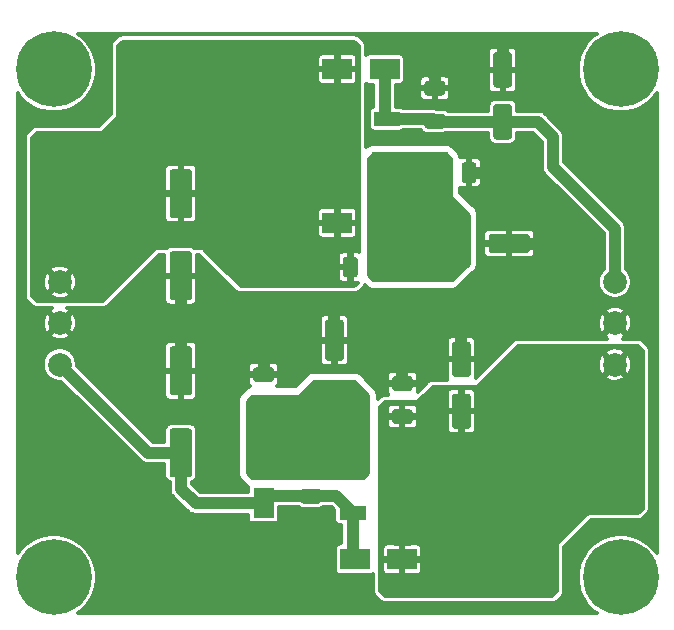
<source format=gbr>
%TF.GenerationSoftware,KiCad,Pcbnew,(5.1.6-0)*%
%TF.CreationDate,2024-01-11T20:35:38-08:00*%
%TF.ProjectId,psu_15V_reg,7073755f-3135-4565-9f72-65672e6b6963,1.0*%
%TF.SameCoordinates,Original*%
%TF.FileFunction,Copper,L1,Top*%
%TF.FilePolarity,Positive*%
%FSLAX46Y46*%
G04 Gerber Fmt 4.6, Leading zero omitted, Abs format (unit mm)*
G04 Created by KiCad (PCBNEW (5.1.6-0)) date 2024-01-11 20:35:38*
%MOMM*%
%LPD*%
G01*
G04 APERTURE LIST*
%TA.AperFunction,ComponentPad*%
%ADD10C,0.800000*%
%TD*%
%TA.AperFunction,ComponentPad*%
%ADD11C,6.400000*%
%TD*%
%TA.AperFunction,SMDPad,CuDef*%
%ADD12R,6.400000X5.800000*%
%TD*%
%TA.AperFunction,SMDPad,CuDef*%
%ADD13R,2.200000X1.200000*%
%TD*%
%TA.AperFunction,ComponentPad*%
%ADD14C,2.000000*%
%TD*%
%TA.AperFunction,SMDPad,CuDef*%
%ADD15R,1.800000X2.500000*%
%TD*%
%TA.AperFunction,SMDPad,CuDef*%
%ADD16R,2.500000X1.800000*%
%TD*%
%TA.AperFunction,ViaPad*%
%ADD17C,0.800000*%
%TD*%
%TA.AperFunction,ViaPad*%
%ADD18C,0.700000*%
%TD*%
%TA.AperFunction,Conductor*%
%ADD19C,1.000000*%
%TD*%
%TA.AperFunction,Conductor*%
%ADD20C,0.254000*%
%TD*%
%TA.AperFunction,Conductor*%
%ADD21C,0.300000*%
%TD*%
G04 APERTURE END LIST*
D10*
%TO.P,H4,1*%
%TO.N,N/C*%
X110197056Y-79302944D03*
X108500000Y-78600000D03*
X106802944Y-79302944D03*
X106100000Y-81000000D03*
X106802944Y-82697056D03*
X108500000Y-83400000D03*
X110197056Y-82697056D03*
X110900000Y-81000000D03*
D11*
X108500000Y-81000000D03*
%TD*%
D10*
%TO.P,H3,1*%
%TO.N,N/C*%
X158197056Y-79302944D03*
X156500000Y-78600000D03*
X154802944Y-79302944D03*
X154100000Y-81000000D03*
X154802944Y-82697056D03*
X156500000Y-83400000D03*
X158197056Y-82697056D03*
X158900000Y-81000000D03*
D11*
X156500000Y-81000000D03*
%TD*%
D10*
%TO.P,H2,1*%
%TO.N,N/C*%
X158197056Y-122302944D03*
X156500000Y-121600000D03*
X154802944Y-122302944D03*
X154100000Y-124000000D03*
X154802944Y-125697056D03*
X156500000Y-126400000D03*
X158197056Y-125697056D03*
X158900000Y-124000000D03*
D11*
X156500000Y-124000000D03*
%TD*%
D10*
%TO.P,H1,1*%
%TO.N,N/C*%
X110197056Y-122302944D03*
X108500000Y-121600000D03*
X106802944Y-122302944D03*
X106100000Y-124000000D03*
X106802944Y-125697056D03*
X108500000Y-126400000D03*
X110197056Y-125697056D03*
X110900000Y-124000000D03*
D11*
X108500000Y-124000000D03*
%TD*%
%TO.P,C2,2*%
%TO.N,/VI-*%
%TA.AperFunction,SMDPad,CuDef*%
G36*
G01*
X142450000Y-108450000D02*
X143550000Y-108450000D01*
G75*
G02*
X143800000Y-108700000I0J-250000D01*
G01*
X143800000Y-111200000D01*
G75*
G02*
X143550000Y-111450000I-250000J0D01*
G01*
X142450000Y-111450000D01*
G75*
G02*
X142200000Y-111200000I0J250000D01*
G01*
X142200000Y-108700000D01*
G75*
G02*
X142450000Y-108450000I250000J0D01*
G01*
G37*
%TD.AperFunction*%
%TO.P,C2,1*%
%TO.N,GND*%
%TA.AperFunction,SMDPad,CuDef*%
G36*
G01*
X142450000Y-104050000D02*
X143550000Y-104050000D01*
G75*
G02*
X143800000Y-104300000I0J-250000D01*
G01*
X143800000Y-106800000D01*
G75*
G02*
X143550000Y-107050000I-250000J0D01*
G01*
X142450000Y-107050000D01*
G75*
G02*
X142200000Y-106800000I0J250000D01*
G01*
X142200000Y-104300000D01*
G75*
G02*
X142450000Y-104050000I250000J0D01*
G01*
G37*
%TD.AperFunction*%
%TD*%
%TO.P,C1,2*%
%TO.N,GND*%
%TA.AperFunction,SMDPad,CuDef*%
G36*
G01*
X147050000Y-82550000D02*
X145950000Y-82550000D01*
G75*
G02*
X145700000Y-82300000I0J250000D01*
G01*
X145700000Y-79800000D01*
G75*
G02*
X145950000Y-79550000I250000J0D01*
G01*
X147050000Y-79550000D01*
G75*
G02*
X147300000Y-79800000I0J-250000D01*
G01*
X147300000Y-82300000D01*
G75*
G02*
X147050000Y-82550000I-250000J0D01*
G01*
G37*
%TD.AperFunction*%
%TO.P,C1,1*%
%TO.N,/VI+*%
%TA.AperFunction,SMDPad,CuDef*%
G36*
G01*
X147050000Y-86950000D02*
X145950000Y-86950000D01*
G75*
G02*
X145700000Y-86700000I0J250000D01*
G01*
X145700000Y-84200000D01*
G75*
G02*
X145950000Y-83950000I250000J0D01*
G01*
X147050000Y-83950000D01*
G75*
G02*
X147300000Y-84200000I0J-250000D01*
G01*
X147300000Y-86700000D01*
G75*
G02*
X147050000Y-86950000I-250000J0D01*
G01*
G37*
%TD.AperFunction*%
%TD*%
%TO.P,R4,2*%
%TO.N,/VO-*%
%TA.AperFunction,SMDPad,CuDef*%
G36*
G01*
X129625000Y-116525000D02*
X130875000Y-116525000D01*
G75*
G02*
X131125000Y-116775000I0J-250000D01*
G01*
X131125000Y-117525000D01*
G75*
G02*
X130875000Y-117775000I-250000J0D01*
G01*
X129625000Y-117775000D01*
G75*
G02*
X129375000Y-117525000I0J250000D01*
G01*
X129375000Y-116775000D01*
G75*
G02*
X129625000Y-116525000I250000J0D01*
G01*
G37*
%TD.AperFunction*%
%TO.P,R4,1*%
%TO.N,/ADJ-*%
%TA.AperFunction,SMDPad,CuDef*%
G36*
G01*
X129625000Y-113725000D02*
X130875000Y-113725000D01*
G75*
G02*
X131125000Y-113975000I0J-250000D01*
G01*
X131125000Y-114725000D01*
G75*
G02*
X130875000Y-114975000I-250000J0D01*
G01*
X129625000Y-114975000D01*
G75*
G02*
X129375000Y-114725000I0J250000D01*
G01*
X129375000Y-113975000D01*
G75*
G02*
X129625000Y-113725000I250000J0D01*
G01*
G37*
%TD.AperFunction*%
%TD*%
%TO.P,R3,2*%
%TO.N,/ADJ-*%
%TA.AperFunction,SMDPad,CuDef*%
G36*
G01*
X125625000Y-109025000D02*
X126875000Y-109025000D01*
G75*
G02*
X127125000Y-109275000I0J-250000D01*
G01*
X127125000Y-110025000D01*
G75*
G02*
X126875000Y-110275000I-250000J0D01*
G01*
X125625000Y-110275000D01*
G75*
G02*
X125375000Y-110025000I0J250000D01*
G01*
X125375000Y-109275000D01*
G75*
G02*
X125625000Y-109025000I250000J0D01*
G01*
G37*
%TD.AperFunction*%
%TO.P,R3,1*%
%TO.N,GND*%
%TA.AperFunction,SMDPad,CuDef*%
G36*
G01*
X125625000Y-106225000D02*
X126875000Y-106225000D01*
G75*
G02*
X127125000Y-106475000I0J-250000D01*
G01*
X127125000Y-107225000D01*
G75*
G02*
X126875000Y-107475000I-250000J0D01*
G01*
X125625000Y-107475000D01*
G75*
G02*
X125375000Y-107225000I0J250000D01*
G01*
X125375000Y-106475000D01*
G75*
G02*
X125625000Y-106225000I250000J0D01*
G01*
G37*
%TD.AperFunction*%
%TD*%
%TO.P,R2,2*%
%TO.N,GND*%
%TA.AperFunction,SMDPad,CuDef*%
G36*
G01*
X143025000Y-90375000D02*
X143025000Y-89125000D01*
G75*
G02*
X143275000Y-88875000I250000J0D01*
G01*
X144025000Y-88875000D01*
G75*
G02*
X144275000Y-89125000I0J-250000D01*
G01*
X144275000Y-90375000D01*
G75*
G02*
X144025000Y-90625000I-250000J0D01*
G01*
X143275000Y-90625000D01*
G75*
G02*
X143025000Y-90375000I0J250000D01*
G01*
G37*
%TD.AperFunction*%
%TO.P,R2,1*%
%TO.N,/ADJ+*%
%TA.AperFunction,SMDPad,CuDef*%
G36*
G01*
X140225000Y-90375000D02*
X140225000Y-89125000D01*
G75*
G02*
X140475000Y-88875000I250000J0D01*
G01*
X141225000Y-88875000D01*
G75*
G02*
X141475000Y-89125000I0J-250000D01*
G01*
X141475000Y-90375000D01*
G75*
G02*
X141225000Y-90625000I-250000J0D01*
G01*
X140475000Y-90625000D01*
G75*
G02*
X140225000Y-90375000I0J250000D01*
G01*
G37*
%TD.AperFunction*%
%TD*%
%TO.P,R1,2*%
%TO.N,/ADJ+*%
%TA.AperFunction,SMDPad,CuDef*%
G36*
G01*
X135775000Y-98375000D02*
X135775000Y-97125000D01*
G75*
G02*
X136025000Y-96875000I250000J0D01*
G01*
X136775000Y-96875000D01*
G75*
G02*
X137025000Y-97125000I0J-250000D01*
G01*
X137025000Y-98375000D01*
G75*
G02*
X136775000Y-98625000I-250000J0D01*
G01*
X136025000Y-98625000D01*
G75*
G02*
X135775000Y-98375000I0J250000D01*
G01*
G37*
%TD.AperFunction*%
%TO.P,R1,1*%
%TO.N,/VO+*%
%TA.AperFunction,SMDPad,CuDef*%
G36*
G01*
X132975000Y-98375000D02*
X132975000Y-97125000D01*
G75*
G02*
X133225000Y-96875000I250000J0D01*
G01*
X133975000Y-96875000D01*
G75*
G02*
X134225000Y-97125000I0J-250000D01*
G01*
X134225000Y-98375000D01*
G75*
G02*
X133975000Y-98625000I-250000J0D01*
G01*
X133225000Y-98625000D01*
G75*
G02*
X132975000Y-98375000I0J250000D01*
G01*
G37*
%TD.AperFunction*%
%TD*%
%TO.P,C4,2*%
%TO.N,/VI-*%
%TA.AperFunction,SMDPad,CuDef*%
G36*
G01*
X137375000Y-109775000D02*
X138625000Y-109775000D01*
G75*
G02*
X138875000Y-110025000I0J-250000D01*
G01*
X138875000Y-110775000D01*
G75*
G02*
X138625000Y-111025000I-250000J0D01*
G01*
X137375000Y-111025000D01*
G75*
G02*
X137125000Y-110775000I0J250000D01*
G01*
X137125000Y-110025000D01*
G75*
G02*
X137375000Y-109775000I250000J0D01*
G01*
G37*
%TD.AperFunction*%
%TO.P,C4,1*%
%TO.N,GND*%
%TA.AperFunction,SMDPad,CuDef*%
G36*
G01*
X137375000Y-106975000D02*
X138625000Y-106975000D01*
G75*
G02*
X138875000Y-107225000I0J-250000D01*
G01*
X138875000Y-107975000D01*
G75*
G02*
X138625000Y-108225000I-250000J0D01*
G01*
X137375000Y-108225000D01*
G75*
G02*
X137125000Y-107975000I0J250000D01*
G01*
X137125000Y-107225000D01*
G75*
G02*
X137375000Y-106975000I250000J0D01*
G01*
G37*
%TD.AperFunction*%
%TD*%
%TO.P,C3,2*%
%TO.N,GND*%
%TA.AperFunction,SMDPad,CuDef*%
G36*
G01*
X141375000Y-83225000D02*
X140125000Y-83225000D01*
G75*
G02*
X139875000Y-82975000I0J250000D01*
G01*
X139875000Y-82225000D01*
G75*
G02*
X140125000Y-81975000I250000J0D01*
G01*
X141375000Y-81975000D01*
G75*
G02*
X141625000Y-82225000I0J-250000D01*
G01*
X141625000Y-82975000D01*
G75*
G02*
X141375000Y-83225000I-250000J0D01*
G01*
G37*
%TD.AperFunction*%
%TO.P,C3,1*%
%TO.N,/VI+*%
%TA.AperFunction,SMDPad,CuDef*%
G36*
G01*
X141375000Y-86025000D02*
X140125000Y-86025000D01*
G75*
G02*
X139875000Y-85775000I0J250000D01*
G01*
X139875000Y-85025000D01*
G75*
G02*
X140125000Y-84775000I250000J0D01*
G01*
X141375000Y-84775000D01*
G75*
G02*
X141625000Y-85025000I0J-250000D01*
G01*
X141625000Y-85775000D01*
G75*
G02*
X141375000Y-86025000I-250000J0D01*
G01*
G37*
%TD.AperFunction*%
%TD*%
D12*
%TO.P,U2,2*%
%TO.N,/VI-*%
X140100000Y-116250000D03*
D13*
%TO.P,U2,3*%
%TO.N,/VO-*%
X133800000Y-118530000D03*
%TO.P,U2,1*%
%TO.N,/ADJ-*%
X133800000Y-113970000D03*
%TD*%
D12*
%TO.P,U1,2*%
%TO.N,/VO+*%
X130400000Y-87500000D03*
D13*
%TO.P,U1,3*%
%TO.N,/VI+*%
X136700000Y-85220000D03*
%TO.P,U1,1*%
%TO.N,/ADJ+*%
X136700000Y-89780000D03*
%TD*%
D14*
%TO.P,J2,3*%
%TO.N,/VO-*%
X109000000Y-106000000D03*
%TO.P,J2,2*%
%TO.N,GND*%
X109000000Y-102500000D03*
%TO.P,J2,1*%
%TO.N,/VO+*%
X109000000Y-99000000D03*
%TD*%
%TO.P,J1,3*%
%TO.N,/VI+*%
X156000000Y-99000000D03*
%TO.P,J1,2*%
%TO.N,GND*%
X156000000Y-102500000D03*
%TO.P,J1,1*%
%TO.N,/VI-*%
X156000000Y-106000000D03*
%TD*%
D15*
%TO.P,D4,2*%
%TO.N,/VO-*%
X126250000Y-117750000D03*
%TO.P,D4,1*%
%TO.N,/ADJ-*%
X126250000Y-113750000D03*
%TD*%
D16*
%TO.P,D3,2*%
%TO.N,/ADJ+*%
X136500000Y-94000000D03*
%TO.P,D3,1*%
%TO.N,/VO+*%
X132500000Y-94000000D03*
%TD*%
%TO.P,D2,2*%
%TO.N,/VI-*%
X138000000Y-122500000D03*
%TO.P,D2,1*%
%TO.N,/VO-*%
X134000000Y-122500000D03*
%TD*%
%TO.P,D1,2*%
%TO.N,/VO+*%
X132500000Y-81000000D03*
%TO.P,D1,1*%
%TO.N,/VI+*%
X136500000Y-81000000D03*
%TD*%
%TO.P,C8,2*%
%TO.N,/VO-*%
%TA.AperFunction,SMDPad,CuDef*%
G36*
G01*
X118550000Y-111400000D02*
X119950000Y-111400000D01*
G75*
G02*
X120200000Y-111650000I0J-250000D01*
G01*
X120200000Y-115300000D01*
G75*
G02*
X119950000Y-115550000I-250000J0D01*
G01*
X118550000Y-115550000D01*
G75*
G02*
X118300000Y-115300000I0J250000D01*
G01*
X118300000Y-111650000D01*
G75*
G02*
X118550000Y-111400000I250000J0D01*
G01*
G37*
%TD.AperFunction*%
%TO.P,C8,1*%
%TO.N,GND*%
%TA.AperFunction,SMDPad,CuDef*%
G36*
G01*
X118550000Y-104450000D02*
X119950000Y-104450000D01*
G75*
G02*
X120200000Y-104700000I0J-250000D01*
G01*
X120200000Y-108350000D01*
G75*
G02*
X119950000Y-108600000I-250000J0D01*
G01*
X118550000Y-108600000D01*
G75*
G02*
X118300000Y-108350000I0J250000D01*
G01*
X118300000Y-104700000D01*
G75*
G02*
X118550000Y-104450000I250000J0D01*
G01*
G37*
%TD.AperFunction*%
%TD*%
%TO.P,C7,2*%
%TO.N,GND*%
%TA.AperFunction,SMDPad,CuDef*%
G36*
G01*
X118550000Y-96400000D02*
X119950000Y-96400000D01*
G75*
G02*
X120200000Y-96650000I0J-250000D01*
G01*
X120200000Y-100300000D01*
G75*
G02*
X119950000Y-100550000I-250000J0D01*
G01*
X118550000Y-100550000D01*
G75*
G02*
X118300000Y-100300000I0J250000D01*
G01*
X118300000Y-96650000D01*
G75*
G02*
X118550000Y-96400000I250000J0D01*
G01*
G37*
%TD.AperFunction*%
%TO.P,C7,1*%
%TO.N,/VO+*%
%TA.AperFunction,SMDPad,CuDef*%
G36*
G01*
X118550000Y-89450000D02*
X119950000Y-89450000D01*
G75*
G02*
X120200000Y-89700000I0J-250000D01*
G01*
X120200000Y-93350000D01*
G75*
G02*
X119950000Y-93600000I-250000J0D01*
G01*
X118550000Y-93600000D01*
G75*
G02*
X118300000Y-93350000I0J250000D01*
G01*
X118300000Y-89700000D01*
G75*
G02*
X118550000Y-89450000I250000J0D01*
G01*
G37*
%TD.AperFunction*%
%TD*%
%TO.P,C6,2*%
%TO.N,/ADJ-*%
%TA.AperFunction,SMDPad,CuDef*%
G36*
G01*
X131700000Y-107800000D02*
X132800000Y-107800000D01*
G75*
G02*
X133050000Y-108050000I0J-250000D01*
G01*
X133050000Y-111050000D01*
G75*
G02*
X132800000Y-111300000I-250000J0D01*
G01*
X131700000Y-111300000D01*
G75*
G02*
X131450000Y-111050000I0J250000D01*
G01*
X131450000Y-108050000D01*
G75*
G02*
X131700000Y-107800000I250000J0D01*
G01*
G37*
%TD.AperFunction*%
%TO.P,C6,1*%
%TO.N,GND*%
%TA.AperFunction,SMDPad,CuDef*%
G36*
G01*
X131700000Y-102200000D02*
X132800000Y-102200000D01*
G75*
G02*
X133050000Y-102450000I0J-250000D01*
G01*
X133050000Y-105450000D01*
G75*
G02*
X132800000Y-105700000I-250000J0D01*
G01*
X131700000Y-105700000D01*
G75*
G02*
X131450000Y-105450000I0J250000D01*
G01*
X131450000Y-102450000D01*
G75*
G02*
X131700000Y-102200000I250000J0D01*
G01*
G37*
%TD.AperFunction*%
%TD*%
%TO.P,C5,2*%
%TO.N,GND*%
%TA.AperFunction,SMDPad,CuDef*%
G36*
G01*
X145300000Y-96300000D02*
X145300000Y-95200000D01*
G75*
G02*
X145550000Y-94950000I250000J0D01*
G01*
X148550000Y-94950000D01*
G75*
G02*
X148800000Y-95200000I0J-250000D01*
G01*
X148800000Y-96300000D01*
G75*
G02*
X148550000Y-96550000I-250000J0D01*
G01*
X145550000Y-96550000D01*
G75*
G02*
X145300000Y-96300000I0J250000D01*
G01*
G37*
%TD.AperFunction*%
%TO.P,C5,1*%
%TO.N,/ADJ+*%
%TA.AperFunction,SMDPad,CuDef*%
G36*
G01*
X139700000Y-96300000D02*
X139700000Y-95200000D01*
G75*
G02*
X139950000Y-94950000I250000J0D01*
G01*
X142950000Y-94950000D01*
G75*
G02*
X143200000Y-95200000I0J-250000D01*
G01*
X143200000Y-96300000D01*
G75*
G02*
X142950000Y-96550000I-250000J0D01*
G01*
X139950000Y-96550000D01*
G75*
G02*
X139700000Y-96300000I0J250000D01*
G01*
G37*
%TD.AperFunction*%
%TD*%
D17*
%TO.N,GND*%
X119250000Y-103500000D03*
X119250000Y-101250000D03*
X126250000Y-105500000D03*
X132250000Y-101500000D03*
X138000000Y-106250000D03*
X143000000Y-103250000D03*
X149500000Y-95750000D03*
X145000000Y-89750000D03*
X140750000Y-81250000D03*
X146500000Y-78750000D03*
D18*
X106401191Y-85042500D03*
X106401191Y-102042500D03*
X106401191Y-108042500D03*
X106401191Y-114042500D03*
X107401191Y-119042500D03*
X109401191Y-111042500D03*
X110401191Y-104042500D03*
X110401191Y-116042500D03*
X112401191Y-84042500D03*
X112401191Y-120042500D03*
X116000000Y-106750000D03*
X113401191Y-113042500D03*
X113401191Y-125042500D03*
X115500000Y-101250000D03*
X115401191Y-117042500D03*
X116401191Y-110042500D03*
X116401191Y-122042500D03*
X117401191Y-98042500D03*
X117401191Y-104042500D03*
X118401191Y-126042500D03*
X119401191Y-119042500D03*
X121401191Y-100042500D03*
X121401191Y-106042500D03*
X121401191Y-112042500D03*
X121401191Y-123042500D03*
X123401191Y-116042500D03*
X124401191Y-103042500D03*
X124401191Y-126042500D03*
X125401191Y-120042500D03*
X128401191Y-101042500D03*
X128401191Y-107042500D03*
X128401191Y-123042500D03*
X130401191Y-119042500D03*
X131401191Y-126042500D03*
X134401191Y-101042500D03*
X136250000Y-79000000D03*
X135401191Y-87042500D03*
X135401191Y-106042500D03*
X138500000Y-82750000D03*
X138401191Y-103042500D03*
X140401191Y-106500000D03*
X141401191Y-79042500D03*
X141401191Y-87042500D03*
X141250000Y-100250000D03*
X143401191Y-83042500D03*
X144401191Y-92042500D03*
X145401191Y-98042500D03*
X145401191Y-104042500D03*
X146401191Y-88042500D03*
X148401191Y-79042500D03*
X148250000Y-93500000D03*
X148401191Y-101042500D03*
X149500000Y-83500000D03*
X152500000Y-95500000D03*
X152401191Y-87042500D03*
X152401191Y-122042500D03*
X155401191Y-90042500D03*
X157401191Y-86042500D03*
X157401191Y-94042500D03*
%TD*%
D19*
%TO.N,GND*%
X119250000Y-106525000D02*
X119250000Y-103500000D01*
X119250000Y-98475000D02*
X119250000Y-101250000D01*
X126250000Y-106850000D02*
X126250000Y-105500000D01*
X132250000Y-103950000D02*
X132250000Y-101500000D01*
X138000000Y-107600000D02*
X138000000Y-106250000D01*
X143000000Y-105550000D02*
X143000000Y-103250000D01*
X147050000Y-95750000D02*
X149500000Y-95750000D01*
X143650000Y-89750000D02*
X145000000Y-89750000D01*
X140750000Y-82600000D02*
X140750000Y-81250000D01*
X146500000Y-81050000D02*
X146500000Y-78750000D01*
%TO.N,/VI+*%
X156000000Y-99000000D02*
X156000000Y-94500000D01*
X156000000Y-94500000D02*
X150750000Y-89250000D01*
X150750000Y-89250000D02*
X150750000Y-86750000D01*
X149450000Y-85450000D02*
X146500000Y-85450000D01*
X150750000Y-86750000D02*
X149450000Y-85450000D01*
X136500000Y-85020000D02*
X136700000Y-85220000D01*
X136500000Y-81000000D02*
X136500000Y-85020000D01*
X140800000Y-85450000D02*
X140750000Y-85400000D01*
X146500000Y-85450000D02*
X140800000Y-85450000D01*
X140570000Y-85220000D02*
X140750000Y-85400000D01*
X136700000Y-85220000D02*
X140570000Y-85220000D01*
%TO.N,/VO-*%
X133800000Y-122050000D02*
X134250000Y-122500000D01*
X133800000Y-118530000D02*
X133800000Y-122050000D01*
X132420000Y-117150000D02*
X133800000Y-118530000D01*
X130250000Y-117150000D02*
X132420000Y-117150000D01*
X126850000Y-117150000D02*
X126250000Y-117750000D01*
X130250000Y-117150000D02*
X126850000Y-117150000D01*
X119250000Y-113475000D02*
X119250000Y-116500000D01*
X120500000Y-117750000D02*
X126250000Y-117750000D01*
X119250000Y-116500000D02*
X120500000Y-117750000D01*
X116475000Y-113475000D02*
X109000000Y-106000000D01*
X119250000Y-113475000D02*
X116475000Y-113475000D01*
%TD*%
D20*
%TO.N,/ADJ+*%
G36*
X142123000Y-88552606D02*
G01*
X142123000Y-91750000D01*
X142125440Y-91774776D01*
X142132667Y-91798601D01*
X142144403Y-91820557D01*
X142160197Y-91839803D01*
X143623000Y-93302606D01*
X143623000Y-97447394D01*
X142197394Y-98873000D01*
X135552606Y-98873000D01*
X135127000Y-98447394D01*
X135127000Y-88552606D01*
X135552606Y-88127000D01*
X141697394Y-88127000D01*
X142123000Y-88552606D01*
G37*
X142123000Y-88552606D02*
X142123000Y-91750000D01*
X142125440Y-91774776D01*
X142132667Y-91798601D01*
X142144403Y-91820557D01*
X142160197Y-91839803D01*
X143623000Y-93302606D01*
X143623000Y-97447394D01*
X142197394Y-98873000D01*
X135552606Y-98873000D01*
X135127000Y-98447394D01*
X135127000Y-88552606D01*
X135552606Y-88127000D01*
X141697394Y-88127000D01*
X142123000Y-88552606D01*
%TO.N,/ADJ-*%
G36*
X135123000Y-108552606D02*
G01*
X135123000Y-115197394D01*
X134697394Y-115623000D01*
X125302606Y-115623000D01*
X124877000Y-115197394D01*
X124877000Y-109052606D01*
X125302606Y-108627000D01*
X129250000Y-108627000D01*
X129274776Y-108624560D01*
X129298601Y-108617333D01*
X129320557Y-108605597D01*
X129339803Y-108589803D01*
X130552606Y-107377000D01*
X133947394Y-107377000D01*
X135123000Y-108552606D01*
G37*
X135123000Y-108552606D02*
X135123000Y-115197394D01*
X134697394Y-115623000D01*
X125302606Y-115623000D01*
X124877000Y-115197394D01*
X124877000Y-109052606D01*
X125302606Y-108627000D01*
X129250000Y-108627000D01*
X129274776Y-108624560D01*
X129298601Y-108617333D01*
X129320557Y-108605597D01*
X129339803Y-108589803D01*
X130552606Y-107377000D01*
X133947394Y-107377000D01*
X135123000Y-108552606D01*
D21*
%TO.N,/VI-*%
G36*
X158350000Y-104812132D02*
G01*
X158350000Y-118187868D01*
X157937868Y-118600000D01*
X153750000Y-118600000D01*
X153720736Y-118602882D01*
X153692597Y-118611418D01*
X153666664Y-118625280D01*
X153643934Y-118643934D01*
X151143934Y-121143934D01*
X151125280Y-121166664D01*
X151111418Y-121192597D01*
X151102882Y-121220736D01*
X151100000Y-121250000D01*
X151100000Y-125187868D01*
X150687868Y-125600000D01*
X136562132Y-125600000D01*
X136150000Y-125187868D01*
X136150000Y-123400000D01*
X136297823Y-123400000D01*
X136306511Y-123488215D01*
X136332243Y-123573041D01*
X136374029Y-123651216D01*
X136430263Y-123719737D01*
X136498784Y-123775971D01*
X136576959Y-123817757D01*
X136661785Y-123843489D01*
X136750000Y-123852177D01*
X137787500Y-123850000D01*
X137900000Y-123737500D01*
X137900000Y-122600000D01*
X138100000Y-122600000D01*
X138100000Y-123737500D01*
X138212500Y-123850000D01*
X139250000Y-123852177D01*
X139338215Y-123843489D01*
X139423041Y-123817757D01*
X139501216Y-123775971D01*
X139569737Y-123719737D01*
X139625971Y-123651216D01*
X139667757Y-123573041D01*
X139693489Y-123488215D01*
X139702177Y-123400000D01*
X139700000Y-122712500D01*
X139587500Y-122600000D01*
X138100000Y-122600000D01*
X137900000Y-122600000D01*
X136412500Y-122600000D01*
X136300000Y-122712500D01*
X136297823Y-123400000D01*
X136150000Y-123400000D01*
X136150000Y-121600000D01*
X136297823Y-121600000D01*
X136300000Y-122287500D01*
X136412500Y-122400000D01*
X137900000Y-122400000D01*
X137900000Y-121262500D01*
X138100000Y-121262500D01*
X138100000Y-122400000D01*
X139587500Y-122400000D01*
X139700000Y-122287500D01*
X139702177Y-121600000D01*
X139693489Y-121511785D01*
X139667757Y-121426959D01*
X139625971Y-121348784D01*
X139569737Y-121280263D01*
X139501216Y-121224029D01*
X139423041Y-121182243D01*
X139338215Y-121156511D01*
X139250000Y-121147823D01*
X138212500Y-121150000D01*
X138100000Y-121262500D01*
X137900000Y-121262500D01*
X137787500Y-121150000D01*
X136750000Y-121147823D01*
X136661785Y-121156511D01*
X136576959Y-121182243D01*
X136498784Y-121224029D01*
X136430263Y-121280263D01*
X136374029Y-121348784D01*
X136332243Y-121426959D01*
X136306511Y-121511785D01*
X136297823Y-121600000D01*
X136150000Y-121600000D01*
X136150000Y-119150000D01*
X136447823Y-119150000D01*
X136456511Y-119238215D01*
X136482243Y-119323041D01*
X136524029Y-119401216D01*
X136580263Y-119469737D01*
X136648784Y-119525971D01*
X136726959Y-119567757D01*
X136811785Y-119593489D01*
X136900000Y-119602177D01*
X139887500Y-119600000D01*
X140000000Y-119487500D01*
X140000000Y-116350000D01*
X140200000Y-116350000D01*
X140200000Y-119487500D01*
X140312500Y-119600000D01*
X143300000Y-119602177D01*
X143388215Y-119593489D01*
X143473041Y-119567757D01*
X143551216Y-119525971D01*
X143619737Y-119469737D01*
X143675971Y-119401216D01*
X143717757Y-119323041D01*
X143743489Y-119238215D01*
X143752177Y-119150000D01*
X143750000Y-116462500D01*
X143637500Y-116350000D01*
X140200000Y-116350000D01*
X140000000Y-116350000D01*
X136562500Y-116350000D01*
X136450000Y-116462500D01*
X136447823Y-119150000D01*
X136150000Y-119150000D01*
X136150000Y-113350000D01*
X136447823Y-113350000D01*
X136450000Y-116037500D01*
X136562500Y-116150000D01*
X140000000Y-116150000D01*
X140000000Y-113012500D01*
X140200000Y-113012500D01*
X140200000Y-116150000D01*
X143637500Y-116150000D01*
X143750000Y-116037500D01*
X143752177Y-113350000D01*
X143743489Y-113261785D01*
X143717757Y-113176959D01*
X143675971Y-113098784D01*
X143619737Y-113030263D01*
X143551216Y-112974029D01*
X143473041Y-112932243D01*
X143388215Y-112906511D01*
X143300000Y-112897823D01*
X140312500Y-112900000D01*
X140200000Y-113012500D01*
X140000000Y-113012500D01*
X139887500Y-112900000D01*
X136900000Y-112897823D01*
X136811785Y-112906511D01*
X136726959Y-112932243D01*
X136648784Y-112974029D01*
X136580263Y-113030263D01*
X136524029Y-113098784D01*
X136482243Y-113176959D01*
X136456511Y-113261785D01*
X136447823Y-113350000D01*
X136150000Y-113350000D01*
X136150000Y-111025000D01*
X136672823Y-111025000D01*
X136681511Y-111113215D01*
X136707243Y-111198041D01*
X136749029Y-111276216D01*
X136805263Y-111344737D01*
X136873784Y-111400971D01*
X136951959Y-111442757D01*
X137036785Y-111468489D01*
X137125000Y-111477177D01*
X137787500Y-111475000D01*
X137900000Y-111362500D01*
X137900000Y-110500000D01*
X138100000Y-110500000D01*
X138100000Y-111362500D01*
X138212500Y-111475000D01*
X138875000Y-111477177D01*
X138963215Y-111468489D01*
X139024164Y-111450000D01*
X141747823Y-111450000D01*
X141756511Y-111538215D01*
X141782243Y-111623041D01*
X141824029Y-111701216D01*
X141880263Y-111769737D01*
X141948784Y-111825971D01*
X142026959Y-111867757D01*
X142111785Y-111893489D01*
X142200000Y-111902177D01*
X142787500Y-111900000D01*
X142900000Y-111787500D01*
X142900000Y-110050000D01*
X143100000Y-110050000D01*
X143100000Y-111787500D01*
X143212500Y-111900000D01*
X143800000Y-111902177D01*
X143888215Y-111893489D01*
X143973041Y-111867757D01*
X144051216Y-111825971D01*
X144119737Y-111769737D01*
X144175971Y-111701216D01*
X144217757Y-111623041D01*
X144243489Y-111538215D01*
X144252177Y-111450000D01*
X144250000Y-110162500D01*
X144137500Y-110050000D01*
X143100000Y-110050000D01*
X142900000Y-110050000D01*
X141862500Y-110050000D01*
X141750000Y-110162500D01*
X141747823Y-111450000D01*
X139024164Y-111450000D01*
X139048041Y-111442757D01*
X139126216Y-111400971D01*
X139194737Y-111344737D01*
X139250971Y-111276216D01*
X139292757Y-111198041D01*
X139318489Y-111113215D01*
X139327177Y-111025000D01*
X139325000Y-110612500D01*
X139212500Y-110500000D01*
X138100000Y-110500000D01*
X137900000Y-110500000D01*
X136787500Y-110500000D01*
X136675000Y-110612500D01*
X136672823Y-111025000D01*
X136150000Y-111025000D01*
X136150000Y-109775000D01*
X136672823Y-109775000D01*
X136675000Y-110187500D01*
X136787500Y-110300000D01*
X137900000Y-110300000D01*
X137900000Y-109437500D01*
X138100000Y-109437500D01*
X138100000Y-110300000D01*
X139212500Y-110300000D01*
X139325000Y-110187500D01*
X139327177Y-109775000D01*
X139318489Y-109686785D01*
X139292757Y-109601959D01*
X139250971Y-109523784D01*
X139194737Y-109455263D01*
X139126216Y-109399029D01*
X139048041Y-109357243D01*
X138963215Y-109331511D01*
X138875000Y-109322823D01*
X138212500Y-109325000D01*
X138100000Y-109437500D01*
X137900000Y-109437500D01*
X137787500Y-109325000D01*
X137125000Y-109322823D01*
X137036785Y-109331511D01*
X136951959Y-109357243D01*
X136873784Y-109399029D01*
X136805263Y-109455263D01*
X136749029Y-109523784D01*
X136707243Y-109601959D01*
X136681511Y-109686785D01*
X136672823Y-109775000D01*
X136150000Y-109775000D01*
X136150000Y-109562132D01*
X136562132Y-109150000D01*
X139250000Y-109150000D01*
X139279264Y-109147118D01*
X139307403Y-109138582D01*
X139333336Y-109124720D01*
X139356066Y-109106066D01*
X140012132Y-108450000D01*
X141747823Y-108450000D01*
X141750000Y-109737500D01*
X141862500Y-109850000D01*
X142900000Y-109850000D01*
X142900000Y-108112500D01*
X143100000Y-108112500D01*
X143100000Y-109850000D01*
X144137500Y-109850000D01*
X144250000Y-109737500D01*
X144252177Y-108450000D01*
X144243489Y-108361785D01*
X144217757Y-108276959D01*
X144175971Y-108198784D01*
X144119737Y-108130263D01*
X144051216Y-108074029D01*
X143973041Y-108032243D01*
X143888215Y-108006511D01*
X143800000Y-107997823D01*
X143212500Y-108000000D01*
X143100000Y-108112500D01*
X142900000Y-108112500D01*
X142787500Y-108000000D01*
X142200000Y-107997823D01*
X142111785Y-108006511D01*
X142026959Y-108032243D01*
X141948784Y-108074029D01*
X141880263Y-108130263D01*
X141824029Y-108198784D01*
X141782243Y-108276959D01*
X141756511Y-108361785D01*
X141747823Y-108450000D01*
X140012132Y-108450000D01*
X140562132Y-107900000D01*
X144250000Y-107900000D01*
X144279264Y-107897118D01*
X144307403Y-107888582D01*
X144333336Y-107874720D01*
X144356066Y-107856066D01*
X145193338Y-107018794D01*
X155122628Y-107018794D01*
X155226509Y-107234750D01*
X155482259Y-107361925D01*
X155757906Y-107436762D01*
X156042856Y-107456386D01*
X156326159Y-107420042D01*
X156596928Y-107329125D01*
X156773491Y-107234750D01*
X156877372Y-107018794D01*
X156000000Y-106141421D01*
X155122628Y-107018794D01*
X145193338Y-107018794D01*
X146169276Y-106042856D01*
X154543614Y-106042856D01*
X154579958Y-106326159D01*
X154670875Y-106596928D01*
X154765250Y-106773491D01*
X154981206Y-106877372D01*
X155858579Y-106000000D01*
X156141421Y-106000000D01*
X157018794Y-106877372D01*
X157234750Y-106773491D01*
X157361925Y-106517741D01*
X157436762Y-106242094D01*
X157456386Y-105957144D01*
X157420042Y-105673841D01*
X157329125Y-105403072D01*
X157234750Y-105226509D01*
X157018794Y-105122628D01*
X156141421Y-106000000D01*
X155858579Y-106000000D01*
X154981206Y-105122628D01*
X154765250Y-105226509D01*
X154638075Y-105482259D01*
X154563238Y-105757906D01*
X154543614Y-106042856D01*
X146169276Y-106042856D01*
X147230926Y-104981206D01*
X155122628Y-104981206D01*
X156000000Y-105858579D01*
X156877372Y-104981206D01*
X156773491Y-104765250D01*
X156517741Y-104638075D01*
X156242094Y-104563238D01*
X155957144Y-104543614D01*
X155673841Y-104579958D01*
X155403072Y-104670875D01*
X155226509Y-104765250D01*
X155122628Y-104981206D01*
X147230926Y-104981206D01*
X147812132Y-104400000D01*
X157937868Y-104400000D01*
X158350000Y-104812132D01*
G37*
X158350000Y-104812132D02*
X158350000Y-118187868D01*
X157937868Y-118600000D01*
X153750000Y-118600000D01*
X153720736Y-118602882D01*
X153692597Y-118611418D01*
X153666664Y-118625280D01*
X153643934Y-118643934D01*
X151143934Y-121143934D01*
X151125280Y-121166664D01*
X151111418Y-121192597D01*
X151102882Y-121220736D01*
X151100000Y-121250000D01*
X151100000Y-125187868D01*
X150687868Y-125600000D01*
X136562132Y-125600000D01*
X136150000Y-125187868D01*
X136150000Y-123400000D01*
X136297823Y-123400000D01*
X136306511Y-123488215D01*
X136332243Y-123573041D01*
X136374029Y-123651216D01*
X136430263Y-123719737D01*
X136498784Y-123775971D01*
X136576959Y-123817757D01*
X136661785Y-123843489D01*
X136750000Y-123852177D01*
X137787500Y-123850000D01*
X137900000Y-123737500D01*
X137900000Y-122600000D01*
X138100000Y-122600000D01*
X138100000Y-123737500D01*
X138212500Y-123850000D01*
X139250000Y-123852177D01*
X139338215Y-123843489D01*
X139423041Y-123817757D01*
X139501216Y-123775971D01*
X139569737Y-123719737D01*
X139625971Y-123651216D01*
X139667757Y-123573041D01*
X139693489Y-123488215D01*
X139702177Y-123400000D01*
X139700000Y-122712500D01*
X139587500Y-122600000D01*
X138100000Y-122600000D01*
X137900000Y-122600000D01*
X136412500Y-122600000D01*
X136300000Y-122712500D01*
X136297823Y-123400000D01*
X136150000Y-123400000D01*
X136150000Y-121600000D01*
X136297823Y-121600000D01*
X136300000Y-122287500D01*
X136412500Y-122400000D01*
X137900000Y-122400000D01*
X137900000Y-121262500D01*
X138100000Y-121262500D01*
X138100000Y-122400000D01*
X139587500Y-122400000D01*
X139700000Y-122287500D01*
X139702177Y-121600000D01*
X139693489Y-121511785D01*
X139667757Y-121426959D01*
X139625971Y-121348784D01*
X139569737Y-121280263D01*
X139501216Y-121224029D01*
X139423041Y-121182243D01*
X139338215Y-121156511D01*
X139250000Y-121147823D01*
X138212500Y-121150000D01*
X138100000Y-121262500D01*
X137900000Y-121262500D01*
X137787500Y-121150000D01*
X136750000Y-121147823D01*
X136661785Y-121156511D01*
X136576959Y-121182243D01*
X136498784Y-121224029D01*
X136430263Y-121280263D01*
X136374029Y-121348784D01*
X136332243Y-121426959D01*
X136306511Y-121511785D01*
X136297823Y-121600000D01*
X136150000Y-121600000D01*
X136150000Y-119150000D01*
X136447823Y-119150000D01*
X136456511Y-119238215D01*
X136482243Y-119323041D01*
X136524029Y-119401216D01*
X136580263Y-119469737D01*
X136648784Y-119525971D01*
X136726959Y-119567757D01*
X136811785Y-119593489D01*
X136900000Y-119602177D01*
X139887500Y-119600000D01*
X140000000Y-119487500D01*
X140000000Y-116350000D01*
X140200000Y-116350000D01*
X140200000Y-119487500D01*
X140312500Y-119600000D01*
X143300000Y-119602177D01*
X143388215Y-119593489D01*
X143473041Y-119567757D01*
X143551216Y-119525971D01*
X143619737Y-119469737D01*
X143675971Y-119401216D01*
X143717757Y-119323041D01*
X143743489Y-119238215D01*
X143752177Y-119150000D01*
X143750000Y-116462500D01*
X143637500Y-116350000D01*
X140200000Y-116350000D01*
X140000000Y-116350000D01*
X136562500Y-116350000D01*
X136450000Y-116462500D01*
X136447823Y-119150000D01*
X136150000Y-119150000D01*
X136150000Y-113350000D01*
X136447823Y-113350000D01*
X136450000Y-116037500D01*
X136562500Y-116150000D01*
X140000000Y-116150000D01*
X140000000Y-113012500D01*
X140200000Y-113012500D01*
X140200000Y-116150000D01*
X143637500Y-116150000D01*
X143750000Y-116037500D01*
X143752177Y-113350000D01*
X143743489Y-113261785D01*
X143717757Y-113176959D01*
X143675971Y-113098784D01*
X143619737Y-113030263D01*
X143551216Y-112974029D01*
X143473041Y-112932243D01*
X143388215Y-112906511D01*
X143300000Y-112897823D01*
X140312500Y-112900000D01*
X140200000Y-113012500D01*
X140000000Y-113012500D01*
X139887500Y-112900000D01*
X136900000Y-112897823D01*
X136811785Y-112906511D01*
X136726959Y-112932243D01*
X136648784Y-112974029D01*
X136580263Y-113030263D01*
X136524029Y-113098784D01*
X136482243Y-113176959D01*
X136456511Y-113261785D01*
X136447823Y-113350000D01*
X136150000Y-113350000D01*
X136150000Y-111025000D01*
X136672823Y-111025000D01*
X136681511Y-111113215D01*
X136707243Y-111198041D01*
X136749029Y-111276216D01*
X136805263Y-111344737D01*
X136873784Y-111400971D01*
X136951959Y-111442757D01*
X137036785Y-111468489D01*
X137125000Y-111477177D01*
X137787500Y-111475000D01*
X137900000Y-111362500D01*
X137900000Y-110500000D01*
X138100000Y-110500000D01*
X138100000Y-111362500D01*
X138212500Y-111475000D01*
X138875000Y-111477177D01*
X138963215Y-111468489D01*
X139024164Y-111450000D01*
X141747823Y-111450000D01*
X141756511Y-111538215D01*
X141782243Y-111623041D01*
X141824029Y-111701216D01*
X141880263Y-111769737D01*
X141948784Y-111825971D01*
X142026959Y-111867757D01*
X142111785Y-111893489D01*
X142200000Y-111902177D01*
X142787500Y-111900000D01*
X142900000Y-111787500D01*
X142900000Y-110050000D01*
X143100000Y-110050000D01*
X143100000Y-111787500D01*
X143212500Y-111900000D01*
X143800000Y-111902177D01*
X143888215Y-111893489D01*
X143973041Y-111867757D01*
X144051216Y-111825971D01*
X144119737Y-111769737D01*
X144175971Y-111701216D01*
X144217757Y-111623041D01*
X144243489Y-111538215D01*
X144252177Y-111450000D01*
X144250000Y-110162500D01*
X144137500Y-110050000D01*
X143100000Y-110050000D01*
X142900000Y-110050000D01*
X141862500Y-110050000D01*
X141750000Y-110162500D01*
X141747823Y-111450000D01*
X139024164Y-111450000D01*
X139048041Y-111442757D01*
X139126216Y-111400971D01*
X139194737Y-111344737D01*
X139250971Y-111276216D01*
X139292757Y-111198041D01*
X139318489Y-111113215D01*
X139327177Y-111025000D01*
X139325000Y-110612500D01*
X139212500Y-110500000D01*
X138100000Y-110500000D01*
X137900000Y-110500000D01*
X136787500Y-110500000D01*
X136675000Y-110612500D01*
X136672823Y-111025000D01*
X136150000Y-111025000D01*
X136150000Y-109775000D01*
X136672823Y-109775000D01*
X136675000Y-110187500D01*
X136787500Y-110300000D01*
X137900000Y-110300000D01*
X137900000Y-109437500D01*
X138100000Y-109437500D01*
X138100000Y-110300000D01*
X139212500Y-110300000D01*
X139325000Y-110187500D01*
X139327177Y-109775000D01*
X139318489Y-109686785D01*
X139292757Y-109601959D01*
X139250971Y-109523784D01*
X139194737Y-109455263D01*
X139126216Y-109399029D01*
X139048041Y-109357243D01*
X138963215Y-109331511D01*
X138875000Y-109322823D01*
X138212500Y-109325000D01*
X138100000Y-109437500D01*
X137900000Y-109437500D01*
X137787500Y-109325000D01*
X137125000Y-109322823D01*
X137036785Y-109331511D01*
X136951959Y-109357243D01*
X136873784Y-109399029D01*
X136805263Y-109455263D01*
X136749029Y-109523784D01*
X136707243Y-109601959D01*
X136681511Y-109686785D01*
X136672823Y-109775000D01*
X136150000Y-109775000D01*
X136150000Y-109562132D01*
X136562132Y-109150000D01*
X139250000Y-109150000D01*
X139279264Y-109147118D01*
X139307403Y-109138582D01*
X139333336Y-109124720D01*
X139356066Y-109106066D01*
X140012132Y-108450000D01*
X141747823Y-108450000D01*
X141750000Y-109737500D01*
X141862500Y-109850000D01*
X142900000Y-109850000D01*
X142900000Y-108112500D01*
X143100000Y-108112500D01*
X143100000Y-109850000D01*
X144137500Y-109850000D01*
X144250000Y-109737500D01*
X144252177Y-108450000D01*
X144243489Y-108361785D01*
X144217757Y-108276959D01*
X144175971Y-108198784D01*
X144119737Y-108130263D01*
X144051216Y-108074029D01*
X143973041Y-108032243D01*
X143888215Y-108006511D01*
X143800000Y-107997823D01*
X143212500Y-108000000D01*
X143100000Y-108112500D01*
X142900000Y-108112500D01*
X142787500Y-108000000D01*
X142200000Y-107997823D01*
X142111785Y-108006511D01*
X142026959Y-108032243D01*
X141948784Y-108074029D01*
X141880263Y-108130263D01*
X141824029Y-108198784D01*
X141782243Y-108276959D01*
X141756511Y-108361785D01*
X141747823Y-108450000D01*
X140012132Y-108450000D01*
X140562132Y-107900000D01*
X144250000Y-107900000D01*
X144279264Y-107897118D01*
X144307403Y-107888582D01*
X144333336Y-107874720D01*
X144356066Y-107856066D01*
X145193338Y-107018794D01*
X155122628Y-107018794D01*
X155226509Y-107234750D01*
X155482259Y-107361925D01*
X155757906Y-107436762D01*
X156042856Y-107456386D01*
X156326159Y-107420042D01*
X156596928Y-107329125D01*
X156773491Y-107234750D01*
X156877372Y-107018794D01*
X156000000Y-106141421D01*
X155122628Y-107018794D01*
X145193338Y-107018794D01*
X146169276Y-106042856D01*
X154543614Y-106042856D01*
X154579958Y-106326159D01*
X154670875Y-106596928D01*
X154765250Y-106773491D01*
X154981206Y-106877372D01*
X155858579Y-106000000D01*
X156141421Y-106000000D01*
X157018794Y-106877372D01*
X157234750Y-106773491D01*
X157361925Y-106517741D01*
X157436762Y-106242094D01*
X157456386Y-105957144D01*
X157420042Y-105673841D01*
X157329125Y-105403072D01*
X157234750Y-105226509D01*
X157018794Y-105122628D01*
X156141421Y-106000000D01*
X155858579Y-106000000D01*
X154981206Y-105122628D01*
X154765250Y-105226509D01*
X154638075Y-105482259D01*
X154563238Y-105757906D01*
X154543614Y-106042856D01*
X146169276Y-106042856D01*
X147230926Y-104981206D01*
X155122628Y-104981206D01*
X156000000Y-105858579D01*
X156877372Y-104981206D01*
X156773491Y-104765250D01*
X156517741Y-104638075D01*
X156242094Y-104563238D01*
X155957144Y-104543614D01*
X155673841Y-104579958D01*
X155403072Y-104670875D01*
X155226509Y-104765250D01*
X155122628Y-104981206D01*
X147230926Y-104981206D01*
X147812132Y-104400000D01*
X157937868Y-104400000D01*
X158350000Y-104812132D01*
G36*
X144100000Y-119850000D02*
G01*
X136150000Y-119850000D01*
X136150000Y-112400000D01*
X144100000Y-112400000D01*
X144100000Y-119850000D01*
G37*
X144100000Y-119850000D02*
X136150000Y-119850000D01*
X136150000Y-112400000D01*
X144100000Y-112400000D01*
X144100000Y-119850000D01*
%TO.N,/VO+*%
G36*
X134350000Y-79062132D02*
G01*
X134350000Y-96442670D01*
X134313215Y-96431511D01*
X134225000Y-96422823D01*
X133812500Y-96425000D01*
X133700000Y-96537500D01*
X133700000Y-97650000D01*
X133720000Y-97650000D01*
X133720000Y-97850000D01*
X133700000Y-97850000D01*
X133700000Y-98962500D01*
X133812500Y-99075000D01*
X134210766Y-99077102D01*
X133937868Y-99350000D01*
X124312132Y-99350000D01*
X123587132Y-98625000D01*
X132522823Y-98625000D01*
X132531511Y-98713215D01*
X132557243Y-98798041D01*
X132599029Y-98876216D01*
X132655263Y-98944737D01*
X132723784Y-99000971D01*
X132801959Y-99042757D01*
X132886785Y-99068489D01*
X132975000Y-99077177D01*
X133387500Y-99075000D01*
X133500000Y-98962500D01*
X133500000Y-97850000D01*
X132637500Y-97850000D01*
X132525000Y-97962500D01*
X132522823Y-98625000D01*
X123587132Y-98625000D01*
X121837132Y-96875000D01*
X132522823Y-96875000D01*
X132525000Y-97537500D01*
X132637500Y-97650000D01*
X133500000Y-97650000D01*
X133500000Y-96537500D01*
X133387500Y-96425000D01*
X132975000Y-96422823D01*
X132886785Y-96431511D01*
X132801959Y-96457243D01*
X132723784Y-96499029D01*
X132655263Y-96555263D01*
X132599029Y-96623784D01*
X132557243Y-96701959D01*
X132531511Y-96786785D01*
X132522823Y-96875000D01*
X121837132Y-96875000D01*
X121106066Y-96143934D01*
X121083336Y-96125280D01*
X121057403Y-96111418D01*
X121029264Y-96102882D01*
X121000000Y-96100000D01*
X120381342Y-96100000D01*
X120340109Y-96066161D01*
X120218712Y-96001273D01*
X120086988Y-95961315D01*
X119950000Y-95947823D01*
X118550000Y-95947823D01*
X118413012Y-95961315D01*
X118281288Y-96001273D01*
X118159891Y-96066161D01*
X118118658Y-96100000D01*
X117250000Y-96100000D01*
X117220736Y-96102882D01*
X117192597Y-96111418D01*
X117166664Y-96125280D01*
X117143934Y-96143934D01*
X112687868Y-100600000D01*
X107062132Y-100600000D01*
X106650000Y-100187868D01*
X106650000Y-100018794D01*
X108122628Y-100018794D01*
X108226509Y-100234750D01*
X108482259Y-100361925D01*
X108757906Y-100436762D01*
X109042856Y-100456386D01*
X109326159Y-100420042D01*
X109596928Y-100329125D01*
X109773491Y-100234750D01*
X109877372Y-100018794D01*
X109000000Y-99141421D01*
X108122628Y-100018794D01*
X106650000Y-100018794D01*
X106650000Y-99042856D01*
X107543614Y-99042856D01*
X107579958Y-99326159D01*
X107670875Y-99596928D01*
X107765250Y-99773491D01*
X107981206Y-99877372D01*
X108858579Y-99000000D01*
X109141421Y-99000000D01*
X110018794Y-99877372D01*
X110234750Y-99773491D01*
X110361925Y-99517741D01*
X110436762Y-99242094D01*
X110456386Y-98957144D01*
X110420042Y-98673841D01*
X110329125Y-98403072D01*
X110234750Y-98226509D01*
X110018794Y-98122628D01*
X109141421Y-99000000D01*
X108858579Y-99000000D01*
X107981206Y-98122628D01*
X107765250Y-98226509D01*
X107638075Y-98482259D01*
X107563238Y-98757906D01*
X107543614Y-99042856D01*
X106650000Y-99042856D01*
X106650000Y-97981206D01*
X108122628Y-97981206D01*
X109000000Y-98858579D01*
X109877372Y-97981206D01*
X109773491Y-97765250D01*
X109517741Y-97638075D01*
X109242094Y-97563238D01*
X108957144Y-97543614D01*
X108673841Y-97579958D01*
X108403072Y-97670875D01*
X108226509Y-97765250D01*
X108122628Y-97981206D01*
X106650000Y-97981206D01*
X106650000Y-94900000D01*
X130797823Y-94900000D01*
X130806511Y-94988215D01*
X130832243Y-95073041D01*
X130874029Y-95151216D01*
X130930263Y-95219737D01*
X130998784Y-95275971D01*
X131076959Y-95317757D01*
X131161785Y-95343489D01*
X131250000Y-95352177D01*
X132287500Y-95350000D01*
X132400000Y-95237500D01*
X132400000Y-94100000D01*
X132600000Y-94100000D01*
X132600000Y-95237500D01*
X132712500Y-95350000D01*
X133750000Y-95352177D01*
X133838215Y-95343489D01*
X133923041Y-95317757D01*
X134001216Y-95275971D01*
X134069737Y-95219737D01*
X134125971Y-95151216D01*
X134167757Y-95073041D01*
X134193489Y-94988215D01*
X134202177Y-94900000D01*
X134200000Y-94212500D01*
X134087500Y-94100000D01*
X132600000Y-94100000D01*
X132400000Y-94100000D01*
X130912500Y-94100000D01*
X130800000Y-94212500D01*
X130797823Y-94900000D01*
X106650000Y-94900000D01*
X106650000Y-93600000D01*
X117847823Y-93600000D01*
X117856511Y-93688215D01*
X117882243Y-93773041D01*
X117924029Y-93851216D01*
X117980263Y-93919737D01*
X118048784Y-93975971D01*
X118126959Y-94017757D01*
X118211785Y-94043489D01*
X118300000Y-94052177D01*
X119037500Y-94050000D01*
X119150000Y-93937500D01*
X119150000Y-91625000D01*
X119350000Y-91625000D01*
X119350000Y-93937500D01*
X119462500Y-94050000D01*
X120200000Y-94052177D01*
X120288215Y-94043489D01*
X120373041Y-94017757D01*
X120451216Y-93975971D01*
X120519737Y-93919737D01*
X120575971Y-93851216D01*
X120617757Y-93773041D01*
X120643489Y-93688215D01*
X120652177Y-93600000D01*
X120651593Y-93100000D01*
X130797823Y-93100000D01*
X130800000Y-93787500D01*
X130912500Y-93900000D01*
X132400000Y-93900000D01*
X132400000Y-92762500D01*
X132600000Y-92762500D01*
X132600000Y-93900000D01*
X134087500Y-93900000D01*
X134200000Y-93787500D01*
X134202177Y-93100000D01*
X134193489Y-93011785D01*
X134167757Y-92926959D01*
X134125971Y-92848784D01*
X134069737Y-92780263D01*
X134001216Y-92724029D01*
X133923041Y-92682243D01*
X133838215Y-92656511D01*
X133750000Y-92647823D01*
X132712500Y-92650000D01*
X132600000Y-92762500D01*
X132400000Y-92762500D01*
X132287500Y-92650000D01*
X131250000Y-92647823D01*
X131161785Y-92656511D01*
X131076959Y-92682243D01*
X130998784Y-92724029D01*
X130930263Y-92780263D01*
X130874029Y-92848784D01*
X130832243Y-92926959D01*
X130806511Y-93011785D01*
X130797823Y-93100000D01*
X120651593Y-93100000D01*
X120650000Y-91737500D01*
X120537500Y-91625000D01*
X119350000Y-91625000D01*
X119150000Y-91625000D01*
X117962500Y-91625000D01*
X117850000Y-91737500D01*
X117847823Y-93600000D01*
X106650000Y-93600000D01*
X106650000Y-89450000D01*
X117847823Y-89450000D01*
X117850000Y-91312500D01*
X117962500Y-91425000D01*
X119150000Y-91425000D01*
X119150000Y-89112500D01*
X119350000Y-89112500D01*
X119350000Y-91425000D01*
X120537500Y-91425000D01*
X120650000Y-91312500D01*
X120651066Y-90400000D01*
X126747823Y-90400000D01*
X126756511Y-90488215D01*
X126782243Y-90573041D01*
X126824029Y-90651216D01*
X126880263Y-90719737D01*
X126948784Y-90775971D01*
X127026959Y-90817757D01*
X127111785Y-90843489D01*
X127200000Y-90852177D01*
X130187500Y-90850000D01*
X130300000Y-90737500D01*
X130300000Y-87600000D01*
X130500000Y-87600000D01*
X130500000Y-90737500D01*
X130612500Y-90850000D01*
X133600000Y-90852177D01*
X133688215Y-90843489D01*
X133773041Y-90817757D01*
X133851216Y-90775971D01*
X133919737Y-90719737D01*
X133975971Y-90651216D01*
X134017757Y-90573041D01*
X134043489Y-90488215D01*
X134052177Y-90400000D01*
X134050000Y-87712500D01*
X133937500Y-87600000D01*
X130500000Y-87600000D01*
X130300000Y-87600000D01*
X126862500Y-87600000D01*
X126750000Y-87712500D01*
X126747823Y-90400000D01*
X120651066Y-90400000D01*
X120652177Y-89450000D01*
X120643489Y-89361785D01*
X120617757Y-89276959D01*
X120575971Y-89198784D01*
X120519737Y-89130263D01*
X120451216Y-89074029D01*
X120373041Y-89032243D01*
X120288215Y-89006511D01*
X120200000Y-88997823D01*
X119462500Y-89000000D01*
X119350000Y-89112500D01*
X119150000Y-89112500D01*
X119037500Y-89000000D01*
X118300000Y-88997823D01*
X118211785Y-89006511D01*
X118126959Y-89032243D01*
X118048784Y-89074029D01*
X117980263Y-89130263D01*
X117924029Y-89198784D01*
X117882243Y-89276959D01*
X117856511Y-89361785D01*
X117847823Y-89450000D01*
X106650000Y-89450000D01*
X106650000Y-86812132D01*
X107062132Y-86400000D01*
X112500000Y-86400000D01*
X112529264Y-86397118D01*
X112557403Y-86388582D01*
X112583336Y-86374720D01*
X112606066Y-86356066D01*
X113856066Y-85106066D01*
X113874720Y-85083336D01*
X113888582Y-85057403D01*
X113897118Y-85029264D01*
X113900000Y-85000000D01*
X113900000Y-84600000D01*
X126747823Y-84600000D01*
X126750000Y-87287500D01*
X126862500Y-87400000D01*
X130300000Y-87400000D01*
X130300000Y-84262500D01*
X130500000Y-84262500D01*
X130500000Y-87400000D01*
X133937500Y-87400000D01*
X134050000Y-87287500D01*
X134052177Y-84600000D01*
X134043489Y-84511785D01*
X134017757Y-84426959D01*
X133975971Y-84348784D01*
X133919737Y-84280263D01*
X133851216Y-84224029D01*
X133773041Y-84182243D01*
X133688215Y-84156511D01*
X133600000Y-84147823D01*
X130612500Y-84150000D01*
X130500000Y-84262500D01*
X130300000Y-84262500D01*
X130187500Y-84150000D01*
X127200000Y-84147823D01*
X127111785Y-84156511D01*
X127026959Y-84182243D01*
X126948784Y-84224029D01*
X126880263Y-84280263D01*
X126824029Y-84348784D01*
X126782243Y-84426959D01*
X126756511Y-84511785D01*
X126747823Y-84600000D01*
X113900000Y-84600000D01*
X113900000Y-81900000D01*
X130797823Y-81900000D01*
X130806511Y-81988215D01*
X130832243Y-82073041D01*
X130874029Y-82151216D01*
X130930263Y-82219737D01*
X130998784Y-82275971D01*
X131076959Y-82317757D01*
X131161785Y-82343489D01*
X131250000Y-82352177D01*
X132287500Y-82350000D01*
X132400000Y-82237500D01*
X132400000Y-81100000D01*
X132600000Y-81100000D01*
X132600000Y-82237500D01*
X132712500Y-82350000D01*
X133750000Y-82352177D01*
X133838215Y-82343489D01*
X133923041Y-82317757D01*
X134001216Y-82275971D01*
X134069737Y-82219737D01*
X134125971Y-82151216D01*
X134167757Y-82073041D01*
X134193489Y-81988215D01*
X134202177Y-81900000D01*
X134200000Y-81212500D01*
X134087500Y-81100000D01*
X132600000Y-81100000D01*
X132400000Y-81100000D01*
X130912500Y-81100000D01*
X130800000Y-81212500D01*
X130797823Y-81900000D01*
X113900000Y-81900000D01*
X113900000Y-80100000D01*
X130797823Y-80100000D01*
X130800000Y-80787500D01*
X130912500Y-80900000D01*
X132400000Y-80900000D01*
X132400000Y-79762500D01*
X132600000Y-79762500D01*
X132600000Y-80900000D01*
X134087500Y-80900000D01*
X134200000Y-80787500D01*
X134202177Y-80100000D01*
X134193489Y-80011785D01*
X134167757Y-79926959D01*
X134125971Y-79848784D01*
X134069737Y-79780263D01*
X134001216Y-79724029D01*
X133923041Y-79682243D01*
X133838215Y-79656511D01*
X133750000Y-79647823D01*
X132712500Y-79650000D01*
X132600000Y-79762500D01*
X132400000Y-79762500D01*
X132287500Y-79650000D01*
X131250000Y-79647823D01*
X131161785Y-79656511D01*
X131076959Y-79682243D01*
X130998784Y-79724029D01*
X130930263Y-79780263D01*
X130874029Y-79848784D01*
X130832243Y-79926959D01*
X130806511Y-80011785D01*
X130797823Y-80100000D01*
X113900000Y-80100000D01*
X113900000Y-79062132D01*
X114312132Y-78650000D01*
X133937868Y-78650000D01*
X134350000Y-79062132D01*
G37*
X134350000Y-79062132D02*
X134350000Y-96442670D01*
X134313215Y-96431511D01*
X134225000Y-96422823D01*
X133812500Y-96425000D01*
X133700000Y-96537500D01*
X133700000Y-97650000D01*
X133720000Y-97650000D01*
X133720000Y-97850000D01*
X133700000Y-97850000D01*
X133700000Y-98962500D01*
X133812500Y-99075000D01*
X134210766Y-99077102D01*
X133937868Y-99350000D01*
X124312132Y-99350000D01*
X123587132Y-98625000D01*
X132522823Y-98625000D01*
X132531511Y-98713215D01*
X132557243Y-98798041D01*
X132599029Y-98876216D01*
X132655263Y-98944737D01*
X132723784Y-99000971D01*
X132801959Y-99042757D01*
X132886785Y-99068489D01*
X132975000Y-99077177D01*
X133387500Y-99075000D01*
X133500000Y-98962500D01*
X133500000Y-97850000D01*
X132637500Y-97850000D01*
X132525000Y-97962500D01*
X132522823Y-98625000D01*
X123587132Y-98625000D01*
X121837132Y-96875000D01*
X132522823Y-96875000D01*
X132525000Y-97537500D01*
X132637500Y-97650000D01*
X133500000Y-97650000D01*
X133500000Y-96537500D01*
X133387500Y-96425000D01*
X132975000Y-96422823D01*
X132886785Y-96431511D01*
X132801959Y-96457243D01*
X132723784Y-96499029D01*
X132655263Y-96555263D01*
X132599029Y-96623784D01*
X132557243Y-96701959D01*
X132531511Y-96786785D01*
X132522823Y-96875000D01*
X121837132Y-96875000D01*
X121106066Y-96143934D01*
X121083336Y-96125280D01*
X121057403Y-96111418D01*
X121029264Y-96102882D01*
X121000000Y-96100000D01*
X120381342Y-96100000D01*
X120340109Y-96066161D01*
X120218712Y-96001273D01*
X120086988Y-95961315D01*
X119950000Y-95947823D01*
X118550000Y-95947823D01*
X118413012Y-95961315D01*
X118281288Y-96001273D01*
X118159891Y-96066161D01*
X118118658Y-96100000D01*
X117250000Y-96100000D01*
X117220736Y-96102882D01*
X117192597Y-96111418D01*
X117166664Y-96125280D01*
X117143934Y-96143934D01*
X112687868Y-100600000D01*
X107062132Y-100600000D01*
X106650000Y-100187868D01*
X106650000Y-100018794D01*
X108122628Y-100018794D01*
X108226509Y-100234750D01*
X108482259Y-100361925D01*
X108757906Y-100436762D01*
X109042856Y-100456386D01*
X109326159Y-100420042D01*
X109596928Y-100329125D01*
X109773491Y-100234750D01*
X109877372Y-100018794D01*
X109000000Y-99141421D01*
X108122628Y-100018794D01*
X106650000Y-100018794D01*
X106650000Y-99042856D01*
X107543614Y-99042856D01*
X107579958Y-99326159D01*
X107670875Y-99596928D01*
X107765250Y-99773491D01*
X107981206Y-99877372D01*
X108858579Y-99000000D01*
X109141421Y-99000000D01*
X110018794Y-99877372D01*
X110234750Y-99773491D01*
X110361925Y-99517741D01*
X110436762Y-99242094D01*
X110456386Y-98957144D01*
X110420042Y-98673841D01*
X110329125Y-98403072D01*
X110234750Y-98226509D01*
X110018794Y-98122628D01*
X109141421Y-99000000D01*
X108858579Y-99000000D01*
X107981206Y-98122628D01*
X107765250Y-98226509D01*
X107638075Y-98482259D01*
X107563238Y-98757906D01*
X107543614Y-99042856D01*
X106650000Y-99042856D01*
X106650000Y-97981206D01*
X108122628Y-97981206D01*
X109000000Y-98858579D01*
X109877372Y-97981206D01*
X109773491Y-97765250D01*
X109517741Y-97638075D01*
X109242094Y-97563238D01*
X108957144Y-97543614D01*
X108673841Y-97579958D01*
X108403072Y-97670875D01*
X108226509Y-97765250D01*
X108122628Y-97981206D01*
X106650000Y-97981206D01*
X106650000Y-94900000D01*
X130797823Y-94900000D01*
X130806511Y-94988215D01*
X130832243Y-95073041D01*
X130874029Y-95151216D01*
X130930263Y-95219737D01*
X130998784Y-95275971D01*
X131076959Y-95317757D01*
X131161785Y-95343489D01*
X131250000Y-95352177D01*
X132287500Y-95350000D01*
X132400000Y-95237500D01*
X132400000Y-94100000D01*
X132600000Y-94100000D01*
X132600000Y-95237500D01*
X132712500Y-95350000D01*
X133750000Y-95352177D01*
X133838215Y-95343489D01*
X133923041Y-95317757D01*
X134001216Y-95275971D01*
X134069737Y-95219737D01*
X134125971Y-95151216D01*
X134167757Y-95073041D01*
X134193489Y-94988215D01*
X134202177Y-94900000D01*
X134200000Y-94212500D01*
X134087500Y-94100000D01*
X132600000Y-94100000D01*
X132400000Y-94100000D01*
X130912500Y-94100000D01*
X130800000Y-94212500D01*
X130797823Y-94900000D01*
X106650000Y-94900000D01*
X106650000Y-93600000D01*
X117847823Y-93600000D01*
X117856511Y-93688215D01*
X117882243Y-93773041D01*
X117924029Y-93851216D01*
X117980263Y-93919737D01*
X118048784Y-93975971D01*
X118126959Y-94017757D01*
X118211785Y-94043489D01*
X118300000Y-94052177D01*
X119037500Y-94050000D01*
X119150000Y-93937500D01*
X119150000Y-91625000D01*
X119350000Y-91625000D01*
X119350000Y-93937500D01*
X119462500Y-94050000D01*
X120200000Y-94052177D01*
X120288215Y-94043489D01*
X120373041Y-94017757D01*
X120451216Y-93975971D01*
X120519737Y-93919737D01*
X120575971Y-93851216D01*
X120617757Y-93773041D01*
X120643489Y-93688215D01*
X120652177Y-93600000D01*
X120651593Y-93100000D01*
X130797823Y-93100000D01*
X130800000Y-93787500D01*
X130912500Y-93900000D01*
X132400000Y-93900000D01*
X132400000Y-92762500D01*
X132600000Y-92762500D01*
X132600000Y-93900000D01*
X134087500Y-93900000D01*
X134200000Y-93787500D01*
X134202177Y-93100000D01*
X134193489Y-93011785D01*
X134167757Y-92926959D01*
X134125971Y-92848784D01*
X134069737Y-92780263D01*
X134001216Y-92724029D01*
X133923041Y-92682243D01*
X133838215Y-92656511D01*
X133750000Y-92647823D01*
X132712500Y-92650000D01*
X132600000Y-92762500D01*
X132400000Y-92762500D01*
X132287500Y-92650000D01*
X131250000Y-92647823D01*
X131161785Y-92656511D01*
X131076959Y-92682243D01*
X130998784Y-92724029D01*
X130930263Y-92780263D01*
X130874029Y-92848784D01*
X130832243Y-92926959D01*
X130806511Y-93011785D01*
X130797823Y-93100000D01*
X120651593Y-93100000D01*
X120650000Y-91737500D01*
X120537500Y-91625000D01*
X119350000Y-91625000D01*
X119150000Y-91625000D01*
X117962500Y-91625000D01*
X117850000Y-91737500D01*
X117847823Y-93600000D01*
X106650000Y-93600000D01*
X106650000Y-89450000D01*
X117847823Y-89450000D01*
X117850000Y-91312500D01*
X117962500Y-91425000D01*
X119150000Y-91425000D01*
X119150000Y-89112500D01*
X119350000Y-89112500D01*
X119350000Y-91425000D01*
X120537500Y-91425000D01*
X120650000Y-91312500D01*
X120651066Y-90400000D01*
X126747823Y-90400000D01*
X126756511Y-90488215D01*
X126782243Y-90573041D01*
X126824029Y-90651216D01*
X126880263Y-90719737D01*
X126948784Y-90775971D01*
X127026959Y-90817757D01*
X127111785Y-90843489D01*
X127200000Y-90852177D01*
X130187500Y-90850000D01*
X130300000Y-90737500D01*
X130300000Y-87600000D01*
X130500000Y-87600000D01*
X130500000Y-90737500D01*
X130612500Y-90850000D01*
X133600000Y-90852177D01*
X133688215Y-90843489D01*
X133773041Y-90817757D01*
X133851216Y-90775971D01*
X133919737Y-90719737D01*
X133975971Y-90651216D01*
X134017757Y-90573041D01*
X134043489Y-90488215D01*
X134052177Y-90400000D01*
X134050000Y-87712500D01*
X133937500Y-87600000D01*
X130500000Y-87600000D01*
X130300000Y-87600000D01*
X126862500Y-87600000D01*
X126750000Y-87712500D01*
X126747823Y-90400000D01*
X120651066Y-90400000D01*
X120652177Y-89450000D01*
X120643489Y-89361785D01*
X120617757Y-89276959D01*
X120575971Y-89198784D01*
X120519737Y-89130263D01*
X120451216Y-89074029D01*
X120373041Y-89032243D01*
X120288215Y-89006511D01*
X120200000Y-88997823D01*
X119462500Y-89000000D01*
X119350000Y-89112500D01*
X119150000Y-89112500D01*
X119037500Y-89000000D01*
X118300000Y-88997823D01*
X118211785Y-89006511D01*
X118126959Y-89032243D01*
X118048784Y-89074029D01*
X117980263Y-89130263D01*
X117924029Y-89198784D01*
X117882243Y-89276959D01*
X117856511Y-89361785D01*
X117847823Y-89450000D01*
X106650000Y-89450000D01*
X106650000Y-86812132D01*
X107062132Y-86400000D01*
X112500000Y-86400000D01*
X112529264Y-86397118D01*
X112557403Y-86388582D01*
X112583336Y-86374720D01*
X112606066Y-86356066D01*
X113856066Y-85106066D01*
X113874720Y-85083336D01*
X113888582Y-85057403D01*
X113897118Y-85029264D01*
X113900000Y-85000000D01*
X113900000Y-84600000D01*
X126747823Y-84600000D01*
X126750000Y-87287500D01*
X126862500Y-87400000D01*
X130300000Y-87400000D01*
X130300000Y-84262500D01*
X130500000Y-84262500D01*
X130500000Y-87400000D01*
X133937500Y-87400000D01*
X134050000Y-87287500D01*
X134052177Y-84600000D01*
X134043489Y-84511785D01*
X134017757Y-84426959D01*
X133975971Y-84348784D01*
X133919737Y-84280263D01*
X133851216Y-84224029D01*
X133773041Y-84182243D01*
X133688215Y-84156511D01*
X133600000Y-84147823D01*
X130612500Y-84150000D01*
X130500000Y-84262500D01*
X130300000Y-84262500D01*
X130187500Y-84150000D01*
X127200000Y-84147823D01*
X127111785Y-84156511D01*
X127026959Y-84182243D01*
X126948784Y-84224029D01*
X126880263Y-84280263D01*
X126824029Y-84348784D01*
X126782243Y-84426959D01*
X126756511Y-84511785D01*
X126747823Y-84600000D01*
X113900000Y-84600000D01*
X113900000Y-81900000D01*
X130797823Y-81900000D01*
X130806511Y-81988215D01*
X130832243Y-82073041D01*
X130874029Y-82151216D01*
X130930263Y-82219737D01*
X130998784Y-82275971D01*
X131076959Y-82317757D01*
X131161785Y-82343489D01*
X131250000Y-82352177D01*
X132287500Y-82350000D01*
X132400000Y-82237500D01*
X132400000Y-81100000D01*
X132600000Y-81100000D01*
X132600000Y-82237500D01*
X132712500Y-82350000D01*
X133750000Y-82352177D01*
X133838215Y-82343489D01*
X133923041Y-82317757D01*
X134001216Y-82275971D01*
X134069737Y-82219737D01*
X134125971Y-82151216D01*
X134167757Y-82073041D01*
X134193489Y-81988215D01*
X134202177Y-81900000D01*
X134200000Y-81212500D01*
X134087500Y-81100000D01*
X132600000Y-81100000D01*
X132400000Y-81100000D01*
X130912500Y-81100000D01*
X130800000Y-81212500D01*
X130797823Y-81900000D01*
X113900000Y-81900000D01*
X113900000Y-80100000D01*
X130797823Y-80100000D01*
X130800000Y-80787500D01*
X130912500Y-80900000D01*
X132400000Y-80900000D01*
X132400000Y-79762500D01*
X132600000Y-79762500D01*
X132600000Y-80900000D01*
X134087500Y-80900000D01*
X134200000Y-80787500D01*
X134202177Y-80100000D01*
X134193489Y-80011785D01*
X134167757Y-79926959D01*
X134125971Y-79848784D01*
X134069737Y-79780263D01*
X134001216Y-79724029D01*
X133923041Y-79682243D01*
X133838215Y-79656511D01*
X133750000Y-79647823D01*
X132712500Y-79650000D01*
X132600000Y-79762500D01*
X132400000Y-79762500D01*
X132287500Y-79650000D01*
X131250000Y-79647823D01*
X131161785Y-79656511D01*
X131076959Y-79682243D01*
X130998784Y-79724029D01*
X130930263Y-79780263D01*
X130874029Y-79848784D01*
X130832243Y-79926959D01*
X130806511Y-80011785D01*
X130797823Y-80100000D01*
X113900000Y-80100000D01*
X113900000Y-79062132D01*
X114312132Y-78650000D01*
X133937868Y-78650000D01*
X134350000Y-79062132D01*
G36*
X134350000Y-91350000D02*
G01*
X126400000Y-91350000D01*
X126400000Y-83900000D01*
X134350000Y-83900000D01*
X134350000Y-91350000D01*
G37*
X134350000Y-91350000D02*
X126400000Y-91350000D01*
X126400000Y-83900000D01*
X134350000Y-83900000D01*
X134350000Y-91350000D01*
%TO.N,GND*%
G36*
X154173260Y-78164860D02*
G01*
X153664860Y-78673260D01*
X153265412Y-79271077D01*
X152990267Y-79935334D01*
X152850000Y-80640506D01*
X152850000Y-81359494D01*
X152990267Y-82064666D01*
X153265412Y-82728923D01*
X153664860Y-83326740D01*
X154173260Y-83835140D01*
X154771077Y-84234588D01*
X155435334Y-84509733D01*
X156140506Y-84650000D01*
X156859494Y-84650000D01*
X157564666Y-84509733D01*
X158228923Y-84234588D01*
X158826740Y-83835140D01*
X159335140Y-83326740D01*
X159525000Y-83042594D01*
X159525001Y-121957407D01*
X159335140Y-121673260D01*
X158826740Y-121164860D01*
X158228923Y-120765412D01*
X157564666Y-120490267D01*
X156859494Y-120350000D01*
X156140506Y-120350000D01*
X155435334Y-120490267D01*
X154771077Y-120765412D01*
X154173260Y-121164860D01*
X153664860Y-121673260D01*
X153265412Y-122271077D01*
X152990267Y-122935334D01*
X152850000Y-123640506D01*
X152850000Y-124359494D01*
X152990267Y-125064666D01*
X153265412Y-125728923D01*
X153664860Y-126326740D01*
X154173260Y-126835140D01*
X154457406Y-127025000D01*
X110542594Y-127025000D01*
X110826740Y-126835140D01*
X111335140Y-126326740D01*
X111734588Y-125728923D01*
X112009733Y-125064666D01*
X112150000Y-124359494D01*
X112150000Y-123640506D01*
X112009733Y-122935334D01*
X111734588Y-122271077D01*
X111335140Y-121673260D01*
X110826740Y-121164860D01*
X110228923Y-120765412D01*
X109564666Y-120490267D01*
X108859494Y-120350000D01*
X108140506Y-120350000D01*
X107435334Y-120490267D01*
X106771077Y-120765412D01*
X106173260Y-121164860D01*
X105664860Y-121673260D01*
X105475000Y-121957406D01*
X105475000Y-105857187D01*
X107550000Y-105857187D01*
X107550000Y-106142813D01*
X107605723Y-106422949D01*
X107715027Y-106686833D01*
X107873711Y-106924321D01*
X108075679Y-107126289D01*
X108313167Y-107284973D01*
X108577051Y-107394277D01*
X108857187Y-107450000D01*
X109106498Y-107450000D01*
X115770254Y-114113757D01*
X115799999Y-114150001D01*
X115836242Y-114179745D01*
X115836245Y-114179748D01*
X115913951Y-114243520D01*
X115944655Y-114268718D01*
X116109692Y-114356932D01*
X116288768Y-114411254D01*
X116428335Y-114425000D01*
X116428344Y-114425000D01*
X116474999Y-114429595D01*
X116521654Y-114425000D01*
X117847823Y-114425000D01*
X117847823Y-115300000D01*
X117861315Y-115436988D01*
X117901273Y-115568712D01*
X117966161Y-115690109D01*
X118053486Y-115796514D01*
X118159891Y-115883839D01*
X118281288Y-115948727D01*
X118300001Y-115954403D01*
X118300001Y-116453336D01*
X118295405Y-116500000D01*
X118313747Y-116686232D01*
X118368069Y-116865308D01*
X118456283Y-117030345D01*
X118545252Y-117138754D01*
X118545256Y-117138758D01*
X118575000Y-117175001D01*
X118611243Y-117204745D01*
X119795254Y-118388757D01*
X119824999Y-118425001D01*
X119861242Y-118454745D01*
X119861245Y-118454748D01*
X119896080Y-118483336D01*
X119969655Y-118543718D01*
X120134692Y-118631932D01*
X120313768Y-118686254D01*
X120453335Y-118700000D01*
X120453345Y-118700000D01*
X120500000Y-118704595D01*
X120546654Y-118700000D01*
X124897823Y-118700000D01*
X124897823Y-119000000D01*
X124906511Y-119088215D01*
X124932243Y-119173041D01*
X124974029Y-119251216D01*
X125030263Y-119319737D01*
X125098784Y-119375971D01*
X125176959Y-119417757D01*
X125261785Y-119443489D01*
X125350000Y-119452177D01*
X127150000Y-119452177D01*
X127238215Y-119443489D01*
X127323041Y-119417757D01*
X127401216Y-119375971D01*
X127469737Y-119319737D01*
X127525971Y-119251216D01*
X127567757Y-119173041D01*
X127593489Y-119088215D01*
X127602177Y-119000000D01*
X127602177Y-118100000D01*
X129224121Y-118100000D01*
X129234891Y-118108839D01*
X129356288Y-118173727D01*
X129488012Y-118213685D01*
X129625000Y-118227177D01*
X130875000Y-118227177D01*
X131011988Y-118213685D01*
X131143712Y-118173727D01*
X131265109Y-118108839D01*
X131275879Y-118100000D01*
X132026498Y-118100000D01*
X132247823Y-118321325D01*
X132247823Y-119130000D01*
X132256511Y-119218215D01*
X132282243Y-119303041D01*
X132324029Y-119381216D01*
X132380263Y-119449737D01*
X132448784Y-119505971D01*
X132526959Y-119547757D01*
X132611785Y-119573489D01*
X132700000Y-119582177D01*
X132850000Y-119582177D01*
X132850001Y-121147823D01*
X132750000Y-121147823D01*
X132661785Y-121156511D01*
X132576959Y-121182243D01*
X132498784Y-121224029D01*
X132430263Y-121280263D01*
X132374029Y-121348784D01*
X132332243Y-121426959D01*
X132306511Y-121511785D01*
X132297823Y-121600000D01*
X132297823Y-123400000D01*
X132306511Y-123488215D01*
X132332243Y-123573041D01*
X132374029Y-123651216D01*
X132430263Y-123719737D01*
X132498784Y-123775971D01*
X132576959Y-123817757D01*
X132661785Y-123843489D01*
X132750000Y-123852177D01*
X135250000Y-123852177D01*
X135338215Y-123843489D01*
X135423041Y-123817757D01*
X135501216Y-123775971D01*
X135550000Y-123735935D01*
X135550000Y-125250000D01*
X135558647Y-125337791D01*
X135584254Y-125422208D01*
X135625839Y-125500007D01*
X135681802Y-125568198D01*
X136181802Y-126068198D01*
X136249993Y-126124161D01*
X136327792Y-126165746D01*
X136412209Y-126191353D01*
X136500000Y-126200000D01*
X150750000Y-126200000D01*
X150837791Y-126191353D01*
X150922208Y-126165746D01*
X151000007Y-126124161D01*
X151068198Y-126068198D01*
X151568198Y-125568198D01*
X151624161Y-125500007D01*
X151665746Y-125422208D01*
X151691353Y-125337791D01*
X151700000Y-125250000D01*
X151700000Y-121436396D01*
X153936396Y-119200000D01*
X158000000Y-119200000D01*
X158087791Y-119191353D01*
X158172208Y-119165746D01*
X158250007Y-119124161D01*
X158318198Y-119068198D01*
X158818198Y-118568198D01*
X158874161Y-118500007D01*
X158915746Y-118422208D01*
X158941353Y-118337791D01*
X158950000Y-118250000D01*
X158950000Y-104750000D01*
X158941353Y-104662209D01*
X158915746Y-104577792D01*
X158874161Y-104499993D01*
X158818198Y-104431802D01*
X158318198Y-103931802D01*
X158250007Y-103875839D01*
X158172208Y-103834254D01*
X158087791Y-103808647D01*
X158000000Y-103800000D01*
X156651417Y-103800000D01*
X156773491Y-103734750D01*
X156877372Y-103518794D01*
X156000000Y-102641421D01*
X155122628Y-103518794D01*
X155226509Y-103734750D01*
X155357727Y-103800000D01*
X147750000Y-103800000D01*
X147662209Y-103808647D01*
X147577792Y-103834254D01*
X147499993Y-103875839D01*
X147431802Y-103931802D01*
X144245466Y-107118138D01*
X144252177Y-107050000D01*
X144250000Y-105762500D01*
X144137500Y-105650000D01*
X143100000Y-105650000D01*
X143100000Y-105670000D01*
X142900000Y-105670000D01*
X142900000Y-105650000D01*
X141862500Y-105650000D01*
X141750000Y-105762500D01*
X141747823Y-107050000D01*
X141756511Y-107138215D01*
X141782243Y-107223041D01*
X141823379Y-107300000D01*
X140500000Y-107300000D01*
X140412209Y-107308647D01*
X140327792Y-107334254D01*
X140249993Y-107375839D01*
X140181802Y-107431802D01*
X139320466Y-108293138D01*
X139327177Y-108225000D01*
X139325000Y-107812500D01*
X139212500Y-107700000D01*
X138100000Y-107700000D01*
X138100000Y-107720000D01*
X137900000Y-107720000D01*
X137900000Y-107700000D01*
X136787500Y-107700000D01*
X136675000Y-107812500D01*
X136672823Y-108225000D01*
X136681511Y-108313215D01*
X136707243Y-108398041D01*
X136749029Y-108476216D01*
X136805263Y-108544737D01*
X136811676Y-108550000D01*
X136500000Y-108550000D01*
X136412209Y-108558647D01*
X136327792Y-108584254D01*
X136249993Y-108625839D01*
X136181802Y-108681802D01*
X135908000Y-108955604D01*
X135908000Y-108500000D01*
X135895357Y-108371631D01*
X135857913Y-108248194D01*
X135797107Y-108134435D01*
X135715276Y-108034724D01*
X134655552Y-106975000D01*
X136672823Y-106975000D01*
X136675000Y-107387500D01*
X136787500Y-107500000D01*
X137900000Y-107500000D01*
X137900000Y-106637500D01*
X138100000Y-106637500D01*
X138100000Y-107500000D01*
X139212500Y-107500000D01*
X139325000Y-107387500D01*
X139327177Y-106975000D01*
X139318489Y-106886785D01*
X139292757Y-106801959D01*
X139250971Y-106723784D01*
X139194737Y-106655263D01*
X139126216Y-106599029D01*
X139048041Y-106557243D01*
X138963215Y-106531511D01*
X138875000Y-106522823D01*
X138212500Y-106525000D01*
X138100000Y-106637500D01*
X137900000Y-106637500D01*
X137787500Y-106525000D01*
X137125000Y-106522823D01*
X137036785Y-106531511D01*
X136951959Y-106557243D01*
X136873784Y-106599029D01*
X136805263Y-106655263D01*
X136749029Y-106723784D01*
X136707243Y-106801959D01*
X136681511Y-106886785D01*
X136672823Y-106975000D01*
X134655552Y-106975000D01*
X134465276Y-106784724D01*
X134365565Y-106702893D01*
X134251806Y-106642087D01*
X134128369Y-106604643D01*
X134000000Y-106592000D01*
X130500000Y-106592000D01*
X130371631Y-106604643D01*
X130248194Y-106642087D01*
X130134435Y-106702893D01*
X130034724Y-106784724D01*
X128977448Y-107842000D01*
X127387147Y-107842000D01*
X127444737Y-107794737D01*
X127500971Y-107726216D01*
X127542757Y-107648041D01*
X127568489Y-107563215D01*
X127577177Y-107475000D01*
X127575000Y-107062500D01*
X127462500Y-106950000D01*
X126350000Y-106950000D01*
X126350000Y-106970000D01*
X126150000Y-106970000D01*
X126150000Y-106950000D01*
X125037500Y-106950000D01*
X124925000Y-107062500D01*
X124922823Y-107475000D01*
X124931511Y-107563215D01*
X124957243Y-107648041D01*
X124999029Y-107726216D01*
X125055263Y-107794737D01*
X125123784Y-107850971D01*
X125129250Y-107853893D01*
X125121631Y-107854643D01*
X124998194Y-107892087D01*
X124884435Y-107952893D01*
X124784724Y-108034724D01*
X124284724Y-108534724D01*
X124202893Y-108634435D01*
X124142087Y-108748194D01*
X124104643Y-108871631D01*
X124092000Y-109000000D01*
X124092000Y-115250000D01*
X124104643Y-115378369D01*
X124142087Y-115501806D01*
X124202893Y-115615565D01*
X124284724Y-115715276D01*
X124784724Y-116215276D01*
X124884435Y-116297107D01*
X124934030Y-116323616D01*
X124932243Y-116326959D01*
X124906511Y-116411785D01*
X124897823Y-116500000D01*
X124897823Y-116800000D01*
X120893503Y-116800000D01*
X120200000Y-116106498D01*
X120200000Y-115954403D01*
X120218712Y-115948727D01*
X120340109Y-115883839D01*
X120446514Y-115796514D01*
X120533839Y-115690109D01*
X120598727Y-115568712D01*
X120638685Y-115436988D01*
X120652177Y-115300000D01*
X120652177Y-111650000D01*
X120638685Y-111513012D01*
X120598727Y-111381288D01*
X120533839Y-111259891D01*
X120446514Y-111153486D01*
X120340109Y-111066161D01*
X120218712Y-111001273D01*
X120086988Y-110961315D01*
X119950000Y-110947823D01*
X118550000Y-110947823D01*
X118413012Y-110961315D01*
X118281288Y-111001273D01*
X118159891Y-111066161D01*
X118053486Y-111153486D01*
X117966161Y-111259891D01*
X117901273Y-111381288D01*
X117861315Y-111513012D01*
X117847823Y-111650000D01*
X117847823Y-112525000D01*
X116868503Y-112525000D01*
X112943503Y-108600000D01*
X117847823Y-108600000D01*
X117856511Y-108688215D01*
X117882243Y-108773041D01*
X117924029Y-108851216D01*
X117980263Y-108919737D01*
X118048784Y-108975971D01*
X118126959Y-109017757D01*
X118211785Y-109043489D01*
X118300000Y-109052177D01*
X119037500Y-109050000D01*
X119150000Y-108937500D01*
X119150000Y-106625000D01*
X119350000Y-106625000D01*
X119350000Y-108937500D01*
X119462500Y-109050000D01*
X120200000Y-109052177D01*
X120288215Y-109043489D01*
X120373041Y-109017757D01*
X120451216Y-108975971D01*
X120519737Y-108919737D01*
X120575971Y-108851216D01*
X120617757Y-108773041D01*
X120643489Y-108688215D01*
X120652177Y-108600000D01*
X120650000Y-106737500D01*
X120537500Y-106625000D01*
X119350000Y-106625000D01*
X119150000Y-106625000D01*
X117962500Y-106625000D01*
X117850000Y-106737500D01*
X117847823Y-108600000D01*
X112943503Y-108600000D01*
X110450000Y-106106498D01*
X110450000Y-105857187D01*
X110394277Y-105577051D01*
X110284973Y-105313167D01*
X110126289Y-105075679D01*
X109924321Y-104873711D01*
X109686833Y-104715027D01*
X109422949Y-104605723D01*
X109142813Y-104550000D01*
X108857187Y-104550000D01*
X108577051Y-104605723D01*
X108313167Y-104715027D01*
X108075679Y-104873711D01*
X107873711Y-105075679D01*
X107715027Y-105313167D01*
X107605723Y-105577051D01*
X107550000Y-105857187D01*
X105475000Y-105857187D01*
X105475000Y-104450000D01*
X117847823Y-104450000D01*
X117850000Y-106312500D01*
X117962500Y-106425000D01*
X119150000Y-106425000D01*
X119150000Y-104112500D01*
X119350000Y-104112500D01*
X119350000Y-106425000D01*
X120537500Y-106425000D01*
X120650000Y-106312500D01*
X120650102Y-106225000D01*
X124922823Y-106225000D01*
X124925000Y-106637500D01*
X125037500Y-106750000D01*
X126150000Y-106750000D01*
X126150000Y-105887500D01*
X126350000Y-105887500D01*
X126350000Y-106750000D01*
X127462500Y-106750000D01*
X127575000Y-106637500D01*
X127577177Y-106225000D01*
X127568489Y-106136785D01*
X127542757Y-106051959D01*
X127500971Y-105973784D01*
X127444737Y-105905263D01*
X127376216Y-105849029D01*
X127298041Y-105807243D01*
X127213215Y-105781511D01*
X127125000Y-105772823D01*
X126462500Y-105775000D01*
X126350000Y-105887500D01*
X126150000Y-105887500D01*
X126037500Y-105775000D01*
X125375000Y-105772823D01*
X125286785Y-105781511D01*
X125201959Y-105807243D01*
X125123784Y-105849029D01*
X125055263Y-105905263D01*
X124999029Y-105973784D01*
X124957243Y-106051959D01*
X124931511Y-106136785D01*
X124922823Y-106225000D01*
X120650102Y-106225000D01*
X120650715Y-105700000D01*
X130997823Y-105700000D01*
X131006511Y-105788215D01*
X131032243Y-105873041D01*
X131074029Y-105951216D01*
X131130263Y-106019737D01*
X131198784Y-106075971D01*
X131276959Y-106117757D01*
X131361785Y-106143489D01*
X131450000Y-106152177D01*
X132037500Y-106150000D01*
X132150000Y-106037500D01*
X132150000Y-104050000D01*
X132350000Y-104050000D01*
X132350000Y-106037500D01*
X132462500Y-106150000D01*
X133050000Y-106152177D01*
X133138215Y-106143489D01*
X133223041Y-106117757D01*
X133301216Y-106075971D01*
X133369737Y-106019737D01*
X133425971Y-105951216D01*
X133467757Y-105873041D01*
X133493489Y-105788215D01*
X133502177Y-105700000D01*
X133500000Y-104162500D01*
X133387500Y-104050000D01*
X141747823Y-104050000D01*
X141750000Y-105337500D01*
X141862500Y-105450000D01*
X142900000Y-105450000D01*
X142900000Y-103712500D01*
X143100000Y-103712500D01*
X143100000Y-105450000D01*
X144137500Y-105450000D01*
X144250000Y-105337500D01*
X144252177Y-104050000D01*
X144243489Y-103961785D01*
X144217757Y-103876959D01*
X144175971Y-103798784D01*
X144119737Y-103730263D01*
X144051216Y-103674029D01*
X143973041Y-103632243D01*
X143888215Y-103606511D01*
X143800000Y-103597823D01*
X143212500Y-103600000D01*
X143100000Y-103712500D01*
X142900000Y-103712500D01*
X142787500Y-103600000D01*
X142200000Y-103597823D01*
X142111785Y-103606511D01*
X142026959Y-103632243D01*
X141948784Y-103674029D01*
X141880263Y-103730263D01*
X141824029Y-103798784D01*
X141782243Y-103876959D01*
X141756511Y-103961785D01*
X141747823Y-104050000D01*
X133387500Y-104050000D01*
X132350000Y-104050000D01*
X132150000Y-104050000D01*
X131112500Y-104050000D01*
X131000000Y-104162500D01*
X130997823Y-105700000D01*
X120650715Y-105700000D01*
X120652177Y-104450000D01*
X120643489Y-104361785D01*
X120617757Y-104276959D01*
X120575971Y-104198784D01*
X120519737Y-104130263D01*
X120451216Y-104074029D01*
X120373041Y-104032243D01*
X120288215Y-104006511D01*
X120200000Y-103997823D01*
X119462500Y-104000000D01*
X119350000Y-104112500D01*
X119150000Y-104112500D01*
X119037500Y-104000000D01*
X118300000Y-103997823D01*
X118211785Y-104006511D01*
X118126959Y-104032243D01*
X118048784Y-104074029D01*
X117980263Y-104130263D01*
X117924029Y-104198784D01*
X117882243Y-104276959D01*
X117856511Y-104361785D01*
X117847823Y-104450000D01*
X105475000Y-104450000D01*
X105475000Y-103518794D01*
X108122628Y-103518794D01*
X108226509Y-103734750D01*
X108482259Y-103861925D01*
X108757906Y-103936762D01*
X109042856Y-103956386D01*
X109326159Y-103920042D01*
X109596928Y-103829125D01*
X109773491Y-103734750D01*
X109877372Y-103518794D01*
X109000000Y-102641421D01*
X108122628Y-103518794D01*
X105475000Y-103518794D01*
X105475000Y-102542856D01*
X107543614Y-102542856D01*
X107579958Y-102826159D01*
X107670875Y-103096928D01*
X107765250Y-103273491D01*
X107981206Y-103377372D01*
X108858579Y-102500000D01*
X109141421Y-102500000D01*
X110018794Y-103377372D01*
X110234750Y-103273491D01*
X110361925Y-103017741D01*
X110436762Y-102742094D01*
X110456386Y-102457144D01*
X110423398Y-102200000D01*
X130997823Y-102200000D01*
X131000000Y-103737500D01*
X131112500Y-103850000D01*
X132150000Y-103850000D01*
X132150000Y-101862500D01*
X132350000Y-101862500D01*
X132350000Y-103850000D01*
X133387500Y-103850000D01*
X133500000Y-103737500D01*
X133501691Y-102542856D01*
X154543614Y-102542856D01*
X154579958Y-102826159D01*
X154670875Y-103096928D01*
X154765250Y-103273491D01*
X154981206Y-103377372D01*
X155858579Y-102500000D01*
X156141421Y-102500000D01*
X157018794Y-103377372D01*
X157234750Y-103273491D01*
X157361925Y-103017741D01*
X157436762Y-102742094D01*
X157456386Y-102457144D01*
X157420042Y-102173841D01*
X157329125Y-101903072D01*
X157234750Y-101726509D01*
X157018794Y-101622628D01*
X156141421Y-102500000D01*
X155858579Y-102500000D01*
X154981206Y-101622628D01*
X154765250Y-101726509D01*
X154638075Y-101982259D01*
X154563238Y-102257906D01*
X154543614Y-102542856D01*
X133501691Y-102542856D01*
X133502177Y-102200000D01*
X133493489Y-102111785D01*
X133467757Y-102026959D01*
X133425971Y-101948784D01*
X133369737Y-101880263D01*
X133301216Y-101824029D01*
X133223041Y-101782243D01*
X133138215Y-101756511D01*
X133050000Y-101747823D01*
X132462500Y-101750000D01*
X132350000Y-101862500D01*
X132150000Y-101862500D01*
X132037500Y-101750000D01*
X131450000Y-101747823D01*
X131361785Y-101756511D01*
X131276959Y-101782243D01*
X131198784Y-101824029D01*
X131130263Y-101880263D01*
X131074029Y-101948784D01*
X131032243Y-102026959D01*
X131006511Y-102111785D01*
X130997823Y-102200000D01*
X110423398Y-102200000D01*
X110420042Y-102173841D01*
X110329125Y-101903072D01*
X110234750Y-101726509D01*
X110018794Y-101622628D01*
X109141421Y-102500000D01*
X108858579Y-102500000D01*
X107981206Y-101622628D01*
X107765250Y-101726509D01*
X107638075Y-101982259D01*
X107563238Y-102257906D01*
X107543614Y-102542856D01*
X105475000Y-102542856D01*
X105475000Y-86750000D01*
X106050000Y-86750000D01*
X106050000Y-100250000D01*
X106058647Y-100337791D01*
X106084254Y-100422208D01*
X106125839Y-100500007D01*
X106181802Y-100568198D01*
X106681802Y-101068198D01*
X106749993Y-101124161D01*
X106827792Y-101165746D01*
X106912209Y-101191353D01*
X107000000Y-101200000D01*
X108348583Y-101200000D01*
X108226509Y-101265250D01*
X108122628Y-101481206D01*
X109000000Y-102358579D01*
X109877372Y-101481206D01*
X155122628Y-101481206D01*
X156000000Y-102358579D01*
X156877372Y-101481206D01*
X156773491Y-101265250D01*
X156517741Y-101138075D01*
X156242094Y-101063238D01*
X155957144Y-101043614D01*
X155673841Y-101079958D01*
X155403072Y-101170875D01*
X155226509Y-101265250D01*
X155122628Y-101481206D01*
X109877372Y-101481206D01*
X109773491Y-101265250D01*
X109642273Y-101200000D01*
X112750000Y-101200000D01*
X112837791Y-101191353D01*
X112922208Y-101165746D01*
X113000007Y-101124161D01*
X113068198Y-101068198D01*
X113586396Y-100550000D01*
X117847823Y-100550000D01*
X117856511Y-100638215D01*
X117882243Y-100723041D01*
X117924029Y-100801216D01*
X117980263Y-100869737D01*
X118048784Y-100925971D01*
X118126959Y-100967757D01*
X118211785Y-100993489D01*
X118300000Y-101002177D01*
X119037500Y-101000000D01*
X119150000Y-100887500D01*
X119150000Y-98575000D01*
X119350000Y-98575000D01*
X119350000Y-100887500D01*
X119462500Y-101000000D01*
X120200000Y-101002177D01*
X120288215Y-100993489D01*
X120373041Y-100967757D01*
X120451216Y-100925971D01*
X120519737Y-100869737D01*
X120575971Y-100801216D01*
X120617757Y-100723041D01*
X120643489Y-100638215D01*
X120652177Y-100550000D01*
X120650000Y-98687500D01*
X120537500Y-98575000D01*
X119350000Y-98575000D01*
X119150000Y-98575000D01*
X117962500Y-98575000D01*
X117850000Y-98687500D01*
X117847823Y-100550000D01*
X113586396Y-100550000D01*
X117436396Y-96700000D01*
X117848174Y-96700000D01*
X117850000Y-98262500D01*
X117962500Y-98375000D01*
X119150000Y-98375000D01*
X119150000Y-98355000D01*
X119350000Y-98355000D01*
X119350000Y-98375000D01*
X120537500Y-98375000D01*
X120650000Y-98262500D01*
X120651826Y-96700000D01*
X120813604Y-96700000D01*
X123931802Y-99818198D01*
X123999993Y-99874161D01*
X124077792Y-99915746D01*
X124162209Y-99941353D01*
X124250000Y-99950000D01*
X134000000Y-99950000D01*
X134087791Y-99941353D01*
X134172208Y-99915746D01*
X134250007Y-99874161D01*
X134318198Y-99818198D01*
X134818198Y-99318198D01*
X134849502Y-99280054D01*
X135034724Y-99465276D01*
X135134435Y-99547107D01*
X135248194Y-99607913D01*
X135371631Y-99645357D01*
X135500000Y-99658000D01*
X142250000Y-99658000D01*
X142378369Y-99645357D01*
X142501806Y-99607913D01*
X142615565Y-99547107D01*
X142715276Y-99465276D01*
X144215276Y-97965276D01*
X144297107Y-97865565D01*
X144357913Y-97751806D01*
X144395357Y-97628369D01*
X144408000Y-97500000D01*
X144408000Y-96550000D01*
X144847823Y-96550000D01*
X144856511Y-96638215D01*
X144882243Y-96723041D01*
X144924029Y-96801216D01*
X144980263Y-96869737D01*
X145048784Y-96925971D01*
X145126959Y-96967757D01*
X145211785Y-96993489D01*
X145300000Y-97002177D01*
X146837500Y-97000000D01*
X146950000Y-96887500D01*
X146950000Y-95850000D01*
X147150000Y-95850000D01*
X147150000Y-96887500D01*
X147262500Y-97000000D01*
X148800000Y-97002177D01*
X148888215Y-96993489D01*
X148973041Y-96967757D01*
X149051216Y-96925971D01*
X149119737Y-96869737D01*
X149175971Y-96801216D01*
X149217757Y-96723041D01*
X149243489Y-96638215D01*
X149252177Y-96550000D01*
X149250000Y-95962500D01*
X149137500Y-95850000D01*
X147150000Y-95850000D01*
X146950000Y-95850000D01*
X144962500Y-95850000D01*
X144850000Y-95962500D01*
X144847823Y-96550000D01*
X144408000Y-96550000D01*
X144408000Y-94950000D01*
X144847823Y-94950000D01*
X144850000Y-95537500D01*
X144962500Y-95650000D01*
X146950000Y-95650000D01*
X146950000Y-94612500D01*
X147150000Y-94612500D01*
X147150000Y-95650000D01*
X149137500Y-95650000D01*
X149250000Y-95537500D01*
X149252177Y-94950000D01*
X149243489Y-94861785D01*
X149217757Y-94776959D01*
X149175971Y-94698784D01*
X149119737Y-94630263D01*
X149051216Y-94574029D01*
X148973041Y-94532243D01*
X148888215Y-94506511D01*
X148800000Y-94497823D01*
X147262500Y-94500000D01*
X147150000Y-94612500D01*
X146950000Y-94612500D01*
X146837500Y-94500000D01*
X145300000Y-94497823D01*
X145211785Y-94506511D01*
X145126959Y-94532243D01*
X145048784Y-94574029D01*
X144980263Y-94630263D01*
X144924029Y-94698784D01*
X144882243Y-94776959D01*
X144856511Y-94861785D01*
X144847823Y-94950000D01*
X144408000Y-94950000D01*
X144408000Y-93250000D01*
X144395357Y-93121631D01*
X144357913Y-92998194D01*
X144297107Y-92884435D01*
X144215276Y-92784724D01*
X142908000Y-91477448D01*
X142908000Y-91059757D01*
X142936785Y-91068489D01*
X143025000Y-91077177D01*
X143437500Y-91075000D01*
X143550000Y-90962500D01*
X143550000Y-89850000D01*
X143750000Y-89850000D01*
X143750000Y-90962500D01*
X143862500Y-91075000D01*
X144275000Y-91077177D01*
X144363215Y-91068489D01*
X144448041Y-91042757D01*
X144526216Y-91000971D01*
X144594737Y-90944737D01*
X144650971Y-90876216D01*
X144692757Y-90798041D01*
X144718489Y-90713215D01*
X144727177Y-90625000D01*
X144725000Y-89962500D01*
X144612500Y-89850000D01*
X143750000Y-89850000D01*
X143550000Y-89850000D01*
X143530000Y-89850000D01*
X143530000Y-89650000D01*
X143550000Y-89650000D01*
X143550000Y-88537500D01*
X143750000Y-88537500D01*
X143750000Y-89650000D01*
X144612500Y-89650000D01*
X144725000Y-89537500D01*
X144727177Y-88875000D01*
X144718489Y-88786785D01*
X144692757Y-88701959D01*
X144650971Y-88623784D01*
X144594737Y-88555263D01*
X144526216Y-88499029D01*
X144448041Y-88457243D01*
X144363215Y-88431511D01*
X144275000Y-88422823D01*
X143862500Y-88425000D01*
X143750000Y-88537500D01*
X143550000Y-88537500D01*
X143437500Y-88425000D01*
X143025000Y-88422823D01*
X142936785Y-88431511D01*
X142902285Y-88441976D01*
X142895357Y-88371631D01*
X142857913Y-88248194D01*
X142797107Y-88134435D01*
X142715276Y-88034724D01*
X142215276Y-87534724D01*
X142115565Y-87452893D01*
X142001806Y-87392087D01*
X141878369Y-87354643D01*
X141750000Y-87342000D01*
X135500000Y-87342000D01*
X135371631Y-87354643D01*
X135248194Y-87392087D01*
X135134435Y-87452893D01*
X135034724Y-87534724D01*
X134950000Y-87619448D01*
X134950000Y-82235935D01*
X134998784Y-82275971D01*
X135076959Y-82317757D01*
X135161785Y-82343489D01*
X135250000Y-82352177D01*
X135550000Y-82352177D01*
X135550001Y-84172747D01*
X135511785Y-84176511D01*
X135426959Y-84202243D01*
X135348784Y-84244029D01*
X135280263Y-84300263D01*
X135224029Y-84368784D01*
X135182243Y-84446959D01*
X135156511Y-84531785D01*
X135147823Y-84620000D01*
X135147823Y-85820000D01*
X135156511Y-85908215D01*
X135182243Y-85993041D01*
X135224029Y-86071216D01*
X135280263Y-86139737D01*
X135348784Y-86195971D01*
X135426959Y-86237757D01*
X135511785Y-86263489D01*
X135600000Y-86272177D01*
X137800000Y-86272177D01*
X137888215Y-86263489D01*
X137973041Y-86237757D01*
X138051216Y-86195971D01*
X138082862Y-86170000D01*
X139545175Y-86170000D01*
X139628486Y-86271514D01*
X139734891Y-86358839D01*
X139856288Y-86423727D01*
X139988012Y-86463685D01*
X140125000Y-86477177D01*
X141375000Y-86477177D01*
X141511988Y-86463685D01*
X141643712Y-86423727D01*
X141688102Y-86400000D01*
X145247823Y-86400000D01*
X145247823Y-86700000D01*
X145261315Y-86836988D01*
X145301273Y-86968712D01*
X145366161Y-87090109D01*
X145453486Y-87196514D01*
X145559891Y-87283839D01*
X145681288Y-87348727D01*
X145813012Y-87388685D01*
X145950000Y-87402177D01*
X147050000Y-87402177D01*
X147186988Y-87388685D01*
X147318712Y-87348727D01*
X147440109Y-87283839D01*
X147546514Y-87196514D01*
X147633839Y-87090109D01*
X147698727Y-86968712D01*
X147738685Y-86836988D01*
X147752177Y-86700000D01*
X147752177Y-86400000D01*
X149056498Y-86400000D01*
X149800001Y-87143504D01*
X149800000Y-89203345D01*
X149795405Y-89250000D01*
X149800000Y-89296654D01*
X149800000Y-89296664D01*
X149813746Y-89436231D01*
X149868068Y-89615307D01*
X149956282Y-89780345D01*
X150074999Y-89925001D01*
X150111248Y-89954750D01*
X155050001Y-94893504D01*
X155050000Y-97899390D01*
X154873711Y-98075679D01*
X154715027Y-98313167D01*
X154605723Y-98577051D01*
X154550000Y-98857187D01*
X154550000Y-99142813D01*
X154605723Y-99422949D01*
X154715027Y-99686833D01*
X154873711Y-99924321D01*
X155075679Y-100126289D01*
X155313167Y-100284973D01*
X155577051Y-100394277D01*
X155857187Y-100450000D01*
X156142813Y-100450000D01*
X156422949Y-100394277D01*
X156686833Y-100284973D01*
X156924321Y-100126289D01*
X157126289Y-99924321D01*
X157284973Y-99686833D01*
X157394277Y-99422949D01*
X157450000Y-99142813D01*
X157450000Y-98857187D01*
X157394277Y-98577051D01*
X157284973Y-98313167D01*
X157126289Y-98075679D01*
X156950000Y-97899390D01*
X156950000Y-94546654D01*
X156954595Y-94499999D01*
X156950000Y-94453345D01*
X156950000Y-94453335D01*
X156936254Y-94313768D01*
X156881932Y-94134692D01*
X156793718Y-93969655D01*
X156675001Y-93824999D01*
X156638757Y-93795254D01*
X151700000Y-88856498D01*
X151700000Y-86796657D01*
X151704595Y-86750000D01*
X151700000Y-86703343D01*
X151700000Y-86703335D01*
X151686254Y-86563768D01*
X151659987Y-86477177D01*
X151631932Y-86384691D01*
X151577005Y-86281931D01*
X151543718Y-86219655D01*
X151425001Y-86074999D01*
X151388757Y-86045254D01*
X150154748Y-84811246D01*
X150125001Y-84774999D01*
X149980345Y-84656282D01*
X149815308Y-84568068D01*
X149636232Y-84513746D01*
X149496665Y-84500000D01*
X149496654Y-84500000D01*
X149450000Y-84495405D01*
X149403346Y-84500000D01*
X147752177Y-84500000D01*
X147752177Y-84200000D01*
X147738685Y-84063012D01*
X147698727Y-83931288D01*
X147633839Y-83809891D01*
X147546514Y-83703486D01*
X147440109Y-83616161D01*
X147318712Y-83551273D01*
X147186988Y-83511315D01*
X147050000Y-83497823D01*
X145950000Y-83497823D01*
X145813012Y-83511315D01*
X145681288Y-83551273D01*
X145559891Y-83616161D01*
X145453486Y-83703486D01*
X145366161Y-83809891D01*
X145301273Y-83931288D01*
X145261315Y-84063012D01*
X145247823Y-84200000D01*
X145247823Y-84500000D01*
X141836804Y-84500000D01*
X141765109Y-84441161D01*
X141643712Y-84376273D01*
X141511988Y-84336315D01*
X141375000Y-84322823D01*
X140885052Y-84322823D01*
X140756232Y-84283746D01*
X140616665Y-84270000D01*
X140616654Y-84270000D01*
X140570000Y-84265405D01*
X140523346Y-84270000D01*
X138082862Y-84270000D01*
X138051216Y-84244029D01*
X137973041Y-84202243D01*
X137888215Y-84176511D01*
X137800000Y-84167823D01*
X137450000Y-84167823D01*
X137450000Y-83225000D01*
X139422823Y-83225000D01*
X139431511Y-83313215D01*
X139457243Y-83398041D01*
X139499029Y-83476216D01*
X139555263Y-83544737D01*
X139623784Y-83600971D01*
X139701959Y-83642757D01*
X139786785Y-83668489D01*
X139875000Y-83677177D01*
X140537500Y-83675000D01*
X140650000Y-83562500D01*
X140650000Y-82700000D01*
X140850000Y-82700000D01*
X140850000Y-83562500D01*
X140962500Y-83675000D01*
X141625000Y-83677177D01*
X141713215Y-83668489D01*
X141798041Y-83642757D01*
X141876216Y-83600971D01*
X141944737Y-83544737D01*
X142000971Y-83476216D01*
X142042757Y-83398041D01*
X142068489Y-83313215D01*
X142077177Y-83225000D01*
X142075000Y-82812500D01*
X141962500Y-82700000D01*
X140850000Y-82700000D01*
X140650000Y-82700000D01*
X139537500Y-82700000D01*
X139425000Y-82812500D01*
X139422823Y-83225000D01*
X137450000Y-83225000D01*
X137450000Y-82550000D01*
X145247823Y-82550000D01*
X145256511Y-82638215D01*
X145282243Y-82723041D01*
X145324029Y-82801216D01*
X145380263Y-82869737D01*
X145448784Y-82925971D01*
X145526959Y-82967757D01*
X145611785Y-82993489D01*
X145700000Y-83002177D01*
X146287500Y-83000000D01*
X146400000Y-82887500D01*
X146400000Y-81150000D01*
X146600000Y-81150000D01*
X146600000Y-82887500D01*
X146712500Y-83000000D01*
X147300000Y-83002177D01*
X147388215Y-82993489D01*
X147473041Y-82967757D01*
X147551216Y-82925971D01*
X147619737Y-82869737D01*
X147675971Y-82801216D01*
X147717757Y-82723041D01*
X147743489Y-82638215D01*
X147752177Y-82550000D01*
X147750000Y-81262500D01*
X147637500Y-81150000D01*
X146600000Y-81150000D01*
X146400000Y-81150000D01*
X145362500Y-81150000D01*
X145250000Y-81262500D01*
X145247823Y-82550000D01*
X137450000Y-82550000D01*
X137450000Y-82352177D01*
X137750000Y-82352177D01*
X137838215Y-82343489D01*
X137923041Y-82317757D01*
X138001216Y-82275971D01*
X138069737Y-82219737D01*
X138125971Y-82151216D01*
X138167757Y-82073041D01*
X138193489Y-81988215D01*
X138194790Y-81975000D01*
X139422823Y-81975000D01*
X139425000Y-82387500D01*
X139537500Y-82500000D01*
X140650000Y-82500000D01*
X140650000Y-81637500D01*
X140850000Y-81637500D01*
X140850000Y-82500000D01*
X141962500Y-82500000D01*
X142075000Y-82387500D01*
X142077177Y-81975000D01*
X142068489Y-81886785D01*
X142042757Y-81801959D01*
X142000971Y-81723784D01*
X141944737Y-81655263D01*
X141876216Y-81599029D01*
X141798041Y-81557243D01*
X141713215Y-81531511D01*
X141625000Y-81522823D01*
X140962500Y-81525000D01*
X140850000Y-81637500D01*
X140650000Y-81637500D01*
X140537500Y-81525000D01*
X139875000Y-81522823D01*
X139786785Y-81531511D01*
X139701959Y-81557243D01*
X139623784Y-81599029D01*
X139555263Y-81655263D01*
X139499029Y-81723784D01*
X139457243Y-81801959D01*
X139431511Y-81886785D01*
X139422823Y-81975000D01*
X138194790Y-81975000D01*
X138202177Y-81900000D01*
X138202177Y-80100000D01*
X138193489Y-80011785D01*
X138167757Y-79926959D01*
X138125971Y-79848784D01*
X138069737Y-79780263D01*
X138001216Y-79724029D01*
X137923041Y-79682243D01*
X137838215Y-79656511D01*
X137750000Y-79647823D01*
X135250000Y-79647823D01*
X135161785Y-79656511D01*
X135076959Y-79682243D01*
X134998784Y-79724029D01*
X134950000Y-79764065D01*
X134950000Y-79550000D01*
X145247823Y-79550000D01*
X145250000Y-80837500D01*
X145362500Y-80950000D01*
X146400000Y-80950000D01*
X146400000Y-79212500D01*
X146600000Y-79212500D01*
X146600000Y-80950000D01*
X147637500Y-80950000D01*
X147750000Y-80837500D01*
X147752177Y-79550000D01*
X147743489Y-79461785D01*
X147717757Y-79376959D01*
X147675971Y-79298784D01*
X147619737Y-79230263D01*
X147551216Y-79174029D01*
X147473041Y-79132243D01*
X147388215Y-79106511D01*
X147300000Y-79097823D01*
X146712500Y-79100000D01*
X146600000Y-79212500D01*
X146400000Y-79212500D01*
X146287500Y-79100000D01*
X145700000Y-79097823D01*
X145611785Y-79106511D01*
X145526959Y-79132243D01*
X145448784Y-79174029D01*
X145380263Y-79230263D01*
X145324029Y-79298784D01*
X145282243Y-79376959D01*
X145256511Y-79461785D01*
X145247823Y-79550000D01*
X134950000Y-79550000D01*
X134950000Y-79000000D01*
X134941353Y-78912209D01*
X134915746Y-78827792D01*
X134874161Y-78749993D01*
X134818198Y-78681802D01*
X134318198Y-78181802D01*
X134250007Y-78125839D01*
X134172208Y-78084254D01*
X134087791Y-78058647D01*
X134000000Y-78050000D01*
X114250000Y-78050000D01*
X114162209Y-78058647D01*
X114077792Y-78084254D01*
X113999993Y-78125839D01*
X113931802Y-78181802D01*
X113431802Y-78681802D01*
X113375839Y-78749993D01*
X113334254Y-78827792D01*
X113308647Y-78912209D01*
X113300000Y-79000000D01*
X113300000Y-84813604D01*
X112313604Y-85800000D01*
X107000000Y-85800000D01*
X106912209Y-85808647D01*
X106827792Y-85834254D01*
X106749993Y-85875839D01*
X106681802Y-85931802D01*
X106181802Y-86431802D01*
X106125839Y-86499993D01*
X106084254Y-86577792D01*
X106058647Y-86662209D01*
X106050000Y-86750000D01*
X105475000Y-86750000D01*
X105475000Y-83042594D01*
X105664860Y-83326740D01*
X106173260Y-83835140D01*
X106771077Y-84234588D01*
X107435334Y-84509733D01*
X108140506Y-84650000D01*
X108859494Y-84650000D01*
X109564666Y-84509733D01*
X110228923Y-84234588D01*
X110826740Y-83835140D01*
X111335140Y-83326740D01*
X111734588Y-82728923D01*
X112009733Y-82064666D01*
X112150000Y-81359494D01*
X112150000Y-80640506D01*
X112009733Y-79935334D01*
X111734588Y-79271077D01*
X111335140Y-78673260D01*
X110826740Y-78164860D01*
X110542594Y-77975000D01*
X154457406Y-77975000D01*
X154173260Y-78164860D01*
G37*
X154173260Y-78164860D02*
X153664860Y-78673260D01*
X153265412Y-79271077D01*
X152990267Y-79935334D01*
X152850000Y-80640506D01*
X152850000Y-81359494D01*
X152990267Y-82064666D01*
X153265412Y-82728923D01*
X153664860Y-83326740D01*
X154173260Y-83835140D01*
X154771077Y-84234588D01*
X155435334Y-84509733D01*
X156140506Y-84650000D01*
X156859494Y-84650000D01*
X157564666Y-84509733D01*
X158228923Y-84234588D01*
X158826740Y-83835140D01*
X159335140Y-83326740D01*
X159525000Y-83042594D01*
X159525001Y-121957407D01*
X159335140Y-121673260D01*
X158826740Y-121164860D01*
X158228923Y-120765412D01*
X157564666Y-120490267D01*
X156859494Y-120350000D01*
X156140506Y-120350000D01*
X155435334Y-120490267D01*
X154771077Y-120765412D01*
X154173260Y-121164860D01*
X153664860Y-121673260D01*
X153265412Y-122271077D01*
X152990267Y-122935334D01*
X152850000Y-123640506D01*
X152850000Y-124359494D01*
X152990267Y-125064666D01*
X153265412Y-125728923D01*
X153664860Y-126326740D01*
X154173260Y-126835140D01*
X154457406Y-127025000D01*
X110542594Y-127025000D01*
X110826740Y-126835140D01*
X111335140Y-126326740D01*
X111734588Y-125728923D01*
X112009733Y-125064666D01*
X112150000Y-124359494D01*
X112150000Y-123640506D01*
X112009733Y-122935334D01*
X111734588Y-122271077D01*
X111335140Y-121673260D01*
X110826740Y-121164860D01*
X110228923Y-120765412D01*
X109564666Y-120490267D01*
X108859494Y-120350000D01*
X108140506Y-120350000D01*
X107435334Y-120490267D01*
X106771077Y-120765412D01*
X106173260Y-121164860D01*
X105664860Y-121673260D01*
X105475000Y-121957406D01*
X105475000Y-105857187D01*
X107550000Y-105857187D01*
X107550000Y-106142813D01*
X107605723Y-106422949D01*
X107715027Y-106686833D01*
X107873711Y-106924321D01*
X108075679Y-107126289D01*
X108313167Y-107284973D01*
X108577051Y-107394277D01*
X108857187Y-107450000D01*
X109106498Y-107450000D01*
X115770254Y-114113757D01*
X115799999Y-114150001D01*
X115836242Y-114179745D01*
X115836245Y-114179748D01*
X115913951Y-114243520D01*
X115944655Y-114268718D01*
X116109692Y-114356932D01*
X116288768Y-114411254D01*
X116428335Y-114425000D01*
X116428344Y-114425000D01*
X116474999Y-114429595D01*
X116521654Y-114425000D01*
X117847823Y-114425000D01*
X117847823Y-115300000D01*
X117861315Y-115436988D01*
X117901273Y-115568712D01*
X117966161Y-115690109D01*
X118053486Y-115796514D01*
X118159891Y-115883839D01*
X118281288Y-115948727D01*
X118300001Y-115954403D01*
X118300001Y-116453336D01*
X118295405Y-116500000D01*
X118313747Y-116686232D01*
X118368069Y-116865308D01*
X118456283Y-117030345D01*
X118545252Y-117138754D01*
X118545256Y-117138758D01*
X118575000Y-117175001D01*
X118611243Y-117204745D01*
X119795254Y-118388757D01*
X119824999Y-118425001D01*
X119861242Y-118454745D01*
X119861245Y-118454748D01*
X119896080Y-118483336D01*
X119969655Y-118543718D01*
X120134692Y-118631932D01*
X120313768Y-118686254D01*
X120453335Y-118700000D01*
X120453345Y-118700000D01*
X120500000Y-118704595D01*
X120546654Y-118700000D01*
X124897823Y-118700000D01*
X124897823Y-119000000D01*
X124906511Y-119088215D01*
X124932243Y-119173041D01*
X124974029Y-119251216D01*
X125030263Y-119319737D01*
X125098784Y-119375971D01*
X125176959Y-119417757D01*
X125261785Y-119443489D01*
X125350000Y-119452177D01*
X127150000Y-119452177D01*
X127238215Y-119443489D01*
X127323041Y-119417757D01*
X127401216Y-119375971D01*
X127469737Y-119319737D01*
X127525971Y-119251216D01*
X127567757Y-119173041D01*
X127593489Y-119088215D01*
X127602177Y-119000000D01*
X127602177Y-118100000D01*
X129224121Y-118100000D01*
X129234891Y-118108839D01*
X129356288Y-118173727D01*
X129488012Y-118213685D01*
X129625000Y-118227177D01*
X130875000Y-118227177D01*
X131011988Y-118213685D01*
X131143712Y-118173727D01*
X131265109Y-118108839D01*
X131275879Y-118100000D01*
X132026498Y-118100000D01*
X132247823Y-118321325D01*
X132247823Y-119130000D01*
X132256511Y-119218215D01*
X132282243Y-119303041D01*
X132324029Y-119381216D01*
X132380263Y-119449737D01*
X132448784Y-119505971D01*
X132526959Y-119547757D01*
X132611785Y-119573489D01*
X132700000Y-119582177D01*
X132850000Y-119582177D01*
X132850001Y-121147823D01*
X132750000Y-121147823D01*
X132661785Y-121156511D01*
X132576959Y-121182243D01*
X132498784Y-121224029D01*
X132430263Y-121280263D01*
X132374029Y-121348784D01*
X132332243Y-121426959D01*
X132306511Y-121511785D01*
X132297823Y-121600000D01*
X132297823Y-123400000D01*
X132306511Y-123488215D01*
X132332243Y-123573041D01*
X132374029Y-123651216D01*
X132430263Y-123719737D01*
X132498784Y-123775971D01*
X132576959Y-123817757D01*
X132661785Y-123843489D01*
X132750000Y-123852177D01*
X135250000Y-123852177D01*
X135338215Y-123843489D01*
X135423041Y-123817757D01*
X135501216Y-123775971D01*
X135550000Y-123735935D01*
X135550000Y-125250000D01*
X135558647Y-125337791D01*
X135584254Y-125422208D01*
X135625839Y-125500007D01*
X135681802Y-125568198D01*
X136181802Y-126068198D01*
X136249993Y-126124161D01*
X136327792Y-126165746D01*
X136412209Y-126191353D01*
X136500000Y-126200000D01*
X150750000Y-126200000D01*
X150837791Y-126191353D01*
X150922208Y-126165746D01*
X151000007Y-126124161D01*
X151068198Y-126068198D01*
X151568198Y-125568198D01*
X151624161Y-125500007D01*
X151665746Y-125422208D01*
X151691353Y-125337791D01*
X151700000Y-125250000D01*
X151700000Y-121436396D01*
X153936396Y-119200000D01*
X158000000Y-119200000D01*
X158087791Y-119191353D01*
X158172208Y-119165746D01*
X158250007Y-119124161D01*
X158318198Y-119068198D01*
X158818198Y-118568198D01*
X158874161Y-118500007D01*
X158915746Y-118422208D01*
X158941353Y-118337791D01*
X158950000Y-118250000D01*
X158950000Y-104750000D01*
X158941353Y-104662209D01*
X158915746Y-104577792D01*
X158874161Y-104499993D01*
X158818198Y-104431802D01*
X158318198Y-103931802D01*
X158250007Y-103875839D01*
X158172208Y-103834254D01*
X158087791Y-103808647D01*
X158000000Y-103800000D01*
X156651417Y-103800000D01*
X156773491Y-103734750D01*
X156877372Y-103518794D01*
X156000000Y-102641421D01*
X155122628Y-103518794D01*
X155226509Y-103734750D01*
X155357727Y-103800000D01*
X147750000Y-103800000D01*
X147662209Y-103808647D01*
X147577792Y-103834254D01*
X147499993Y-103875839D01*
X147431802Y-103931802D01*
X144245466Y-107118138D01*
X144252177Y-107050000D01*
X144250000Y-105762500D01*
X144137500Y-105650000D01*
X143100000Y-105650000D01*
X143100000Y-105670000D01*
X142900000Y-105670000D01*
X142900000Y-105650000D01*
X141862500Y-105650000D01*
X141750000Y-105762500D01*
X141747823Y-107050000D01*
X141756511Y-107138215D01*
X141782243Y-107223041D01*
X141823379Y-107300000D01*
X140500000Y-107300000D01*
X140412209Y-107308647D01*
X140327792Y-107334254D01*
X140249993Y-107375839D01*
X140181802Y-107431802D01*
X139320466Y-108293138D01*
X139327177Y-108225000D01*
X139325000Y-107812500D01*
X139212500Y-107700000D01*
X138100000Y-107700000D01*
X138100000Y-107720000D01*
X137900000Y-107720000D01*
X137900000Y-107700000D01*
X136787500Y-107700000D01*
X136675000Y-107812500D01*
X136672823Y-108225000D01*
X136681511Y-108313215D01*
X136707243Y-108398041D01*
X136749029Y-108476216D01*
X136805263Y-108544737D01*
X136811676Y-108550000D01*
X136500000Y-108550000D01*
X136412209Y-108558647D01*
X136327792Y-108584254D01*
X136249993Y-108625839D01*
X136181802Y-108681802D01*
X135908000Y-108955604D01*
X135908000Y-108500000D01*
X135895357Y-108371631D01*
X135857913Y-108248194D01*
X135797107Y-108134435D01*
X135715276Y-108034724D01*
X134655552Y-106975000D01*
X136672823Y-106975000D01*
X136675000Y-107387500D01*
X136787500Y-107500000D01*
X137900000Y-107500000D01*
X137900000Y-106637500D01*
X138100000Y-106637500D01*
X138100000Y-107500000D01*
X139212500Y-107500000D01*
X139325000Y-107387500D01*
X139327177Y-106975000D01*
X139318489Y-106886785D01*
X139292757Y-106801959D01*
X139250971Y-106723784D01*
X139194737Y-106655263D01*
X139126216Y-106599029D01*
X139048041Y-106557243D01*
X138963215Y-106531511D01*
X138875000Y-106522823D01*
X138212500Y-106525000D01*
X138100000Y-106637500D01*
X137900000Y-106637500D01*
X137787500Y-106525000D01*
X137125000Y-106522823D01*
X137036785Y-106531511D01*
X136951959Y-106557243D01*
X136873784Y-106599029D01*
X136805263Y-106655263D01*
X136749029Y-106723784D01*
X136707243Y-106801959D01*
X136681511Y-106886785D01*
X136672823Y-106975000D01*
X134655552Y-106975000D01*
X134465276Y-106784724D01*
X134365565Y-106702893D01*
X134251806Y-106642087D01*
X134128369Y-106604643D01*
X134000000Y-106592000D01*
X130500000Y-106592000D01*
X130371631Y-106604643D01*
X130248194Y-106642087D01*
X130134435Y-106702893D01*
X130034724Y-106784724D01*
X128977448Y-107842000D01*
X127387147Y-107842000D01*
X127444737Y-107794737D01*
X127500971Y-107726216D01*
X127542757Y-107648041D01*
X127568489Y-107563215D01*
X127577177Y-107475000D01*
X127575000Y-107062500D01*
X127462500Y-106950000D01*
X126350000Y-106950000D01*
X126350000Y-106970000D01*
X126150000Y-106970000D01*
X126150000Y-106950000D01*
X125037500Y-106950000D01*
X124925000Y-107062500D01*
X124922823Y-107475000D01*
X124931511Y-107563215D01*
X124957243Y-107648041D01*
X124999029Y-107726216D01*
X125055263Y-107794737D01*
X125123784Y-107850971D01*
X125129250Y-107853893D01*
X125121631Y-107854643D01*
X124998194Y-107892087D01*
X124884435Y-107952893D01*
X124784724Y-108034724D01*
X124284724Y-108534724D01*
X124202893Y-108634435D01*
X124142087Y-108748194D01*
X124104643Y-108871631D01*
X124092000Y-109000000D01*
X124092000Y-115250000D01*
X124104643Y-115378369D01*
X124142087Y-115501806D01*
X124202893Y-115615565D01*
X124284724Y-115715276D01*
X124784724Y-116215276D01*
X124884435Y-116297107D01*
X124934030Y-116323616D01*
X124932243Y-116326959D01*
X124906511Y-116411785D01*
X124897823Y-116500000D01*
X124897823Y-116800000D01*
X120893503Y-116800000D01*
X120200000Y-116106498D01*
X120200000Y-115954403D01*
X120218712Y-115948727D01*
X120340109Y-115883839D01*
X120446514Y-115796514D01*
X120533839Y-115690109D01*
X120598727Y-115568712D01*
X120638685Y-115436988D01*
X120652177Y-115300000D01*
X120652177Y-111650000D01*
X120638685Y-111513012D01*
X120598727Y-111381288D01*
X120533839Y-111259891D01*
X120446514Y-111153486D01*
X120340109Y-111066161D01*
X120218712Y-111001273D01*
X120086988Y-110961315D01*
X119950000Y-110947823D01*
X118550000Y-110947823D01*
X118413012Y-110961315D01*
X118281288Y-111001273D01*
X118159891Y-111066161D01*
X118053486Y-111153486D01*
X117966161Y-111259891D01*
X117901273Y-111381288D01*
X117861315Y-111513012D01*
X117847823Y-111650000D01*
X117847823Y-112525000D01*
X116868503Y-112525000D01*
X112943503Y-108600000D01*
X117847823Y-108600000D01*
X117856511Y-108688215D01*
X117882243Y-108773041D01*
X117924029Y-108851216D01*
X117980263Y-108919737D01*
X118048784Y-108975971D01*
X118126959Y-109017757D01*
X118211785Y-109043489D01*
X118300000Y-109052177D01*
X119037500Y-109050000D01*
X119150000Y-108937500D01*
X119150000Y-106625000D01*
X119350000Y-106625000D01*
X119350000Y-108937500D01*
X119462500Y-109050000D01*
X120200000Y-109052177D01*
X120288215Y-109043489D01*
X120373041Y-109017757D01*
X120451216Y-108975971D01*
X120519737Y-108919737D01*
X120575971Y-108851216D01*
X120617757Y-108773041D01*
X120643489Y-108688215D01*
X120652177Y-108600000D01*
X120650000Y-106737500D01*
X120537500Y-106625000D01*
X119350000Y-106625000D01*
X119150000Y-106625000D01*
X117962500Y-106625000D01*
X117850000Y-106737500D01*
X117847823Y-108600000D01*
X112943503Y-108600000D01*
X110450000Y-106106498D01*
X110450000Y-105857187D01*
X110394277Y-105577051D01*
X110284973Y-105313167D01*
X110126289Y-105075679D01*
X109924321Y-104873711D01*
X109686833Y-104715027D01*
X109422949Y-104605723D01*
X109142813Y-104550000D01*
X108857187Y-104550000D01*
X108577051Y-104605723D01*
X108313167Y-104715027D01*
X108075679Y-104873711D01*
X107873711Y-105075679D01*
X107715027Y-105313167D01*
X107605723Y-105577051D01*
X107550000Y-105857187D01*
X105475000Y-105857187D01*
X105475000Y-104450000D01*
X117847823Y-104450000D01*
X117850000Y-106312500D01*
X117962500Y-106425000D01*
X119150000Y-106425000D01*
X119150000Y-104112500D01*
X119350000Y-104112500D01*
X119350000Y-106425000D01*
X120537500Y-106425000D01*
X120650000Y-106312500D01*
X120650102Y-106225000D01*
X124922823Y-106225000D01*
X124925000Y-106637500D01*
X125037500Y-106750000D01*
X126150000Y-106750000D01*
X126150000Y-105887500D01*
X126350000Y-105887500D01*
X126350000Y-106750000D01*
X127462500Y-106750000D01*
X127575000Y-106637500D01*
X127577177Y-106225000D01*
X127568489Y-106136785D01*
X127542757Y-106051959D01*
X127500971Y-105973784D01*
X127444737Y-105905263D01*
X127376216Y-105849029D01*
X127298041Y-105807243D01*
X127213215Y-105781511D01*
X127125000Y-105772823D01*
X126462500Y-105775000D01*
X126350000Y-105887500D01*
X126150000Y-105887500D01*
X126037500Y-105775000D01*
X125375000Y-105772823D01*
X125286785Y-105781511D01*
X125201959Y-105807243D01*
X125123784Y-105849029D01*
X125055263Y-105905263D01*
X124999029Y-105973784D01*
X124957243Y-106051959D01*
X124931511Y-106136785D01*
X124922823Y-106225000D01*
X120650102Y-106225000D01*
X120650715Y-105700000D01*
X130997823Y-105700000D01*
X131006511Y-105788215D01*
X131032243Y-105873041D01*
X131074029Y-105951216D01*
X131130263Y-106019737D01*
X131198784Y-106075971D01*
X131276959Y-106117757D01*
X131361785Y-106143489D01*
X131450000Y-106152177D01*
X132037500Y-106150000D01*
X132150000Y-106037500D01*
X132150000Y-104050000D01*
X132350000Y-104050000D01*
X132350000Y-106037500D01*
X132462500Y-106150000D01*
X133050000Y-106152177D01*
X133138215Y-106143489D01*
X133223041Y-106117757D01*
X133301216Y-106075971D01*
X133369737Y-106019737D01*
X133425971Y-105951216D01*
X133467757Y-105873041D01*
X133493489Y-105788215D01*
X133502177Y-105700000D01*
X133500000Y-104162500D01*
X133387500Y-104050000D01*
X141747823Y-104050000D01*
X141750000Y-105337500D01*
X141862500Y-105450000D01*
X142900000Y-105450000D01*
X142900000Y-103712500D01*
X143100000Y-103712500D01*
X143100000Y-105450000D01*
X144137500Y-105450000D01*
X144250000Y-105337500D01*
X144252177Y-104050000D01*
X144243489Y-103961785D01*
X144217757Y-103876959D01*
X144175971Y-103798784D01*
X144119737Y-103730263D01*
X144051216Y-103674029D01*
X143973041Y-103632243D01*
X143888215Y-103606511D01*
X143800000Y-103597823D01*
X143212500Y-103600000D01*
X143100000Y-103712500D01*
X142900000Y-103712500D01*
X142787500Y-103600000D01*
X142200000Y-103597823D01*
X142111785Y-103606511D01*
X142026959Y-103632243D01*
X141948784Y-103674029D01*
X141880263Y-103730263D01*
X141824029Y-103798784D01*
X141782243Y-103876959D01*
X141756511Y-103961785D01*
X141747823Y-104050000D01*
X133387500Y-104050000D01*
X132350000Y-104050000D01*
X132150000Y-104050000D01*
X131112500Y-104050000D01*
X131000000Y-104162500D01*
X130997823Y-105700000D01*
X120650715Y-105700000D01*
X120652177Y-104450000D01*
X120643489Y-104361785D01*
X120617757Y-104276959D01*
X120575971Y-104198784D01*
X120519737Y-104130263D01*
X120451216Y-104074029D01*
X120373041Y-104032243D01*
X120288215Y-104006511D01*
X120200000Y-103997823D01*
X119462500Y-104000000D01*
X119350000Y-104112500D01*
X119150000Y-104112500D01*
X119037500Y-104000000D01*
X118300000Y-103997823D01*
X118211785Y-104006511D01*
X118126959Y-104032243D01*
X118048784Y-104074029D01*
X117980263Y-104130263D01*
X117924029Y-104198784D01*
X117882243Y-104276959D01*
X117856511Y-104361785D01*
X117847823Y-104450000D01*
X105475000Y-104450000D01*
X105475000Y-103518794D01*
X108122628Y-103518794D01*
X108226509Y-103734750D01*
X108482259Y-103861925D01*
X108757906Y-103936762D01*
X109042856Y-103956386D01*
X109326159Y-103920042D01*
X109596928Y-103829125D01*
X109773491Y-103734750D01*
X109877372Y-103518794D01*
X109000000Y-102641421D01*
X108122628Y-103518794D01*
X105475000Y-103518794D01*
X105475000Y-102542856D01*
X107543614Y-102542856D01*
X107579958Y-102826159D01*
X107670875Y-103096928D01*
X107765250Y-103273491D01*
X107981206Y-103377372D01*
X108858579Y-102500000D01*
X109141421Y-102500000D01*
X110018794Y-103377372D01*
X110234750Y-103273491D01*
X110361925Y-103017741D01*
X110436762Y-102742094D01*
X110456386Y-102457144D01*
X110423398Y-102200000D01*
X130997823Y-102200000D01*
X131000000Y-103737500D01*
X131112500Y-103850000D01*
X132150000Y-103850000D01*
X132150000Y-101862500D01*
X132350000Y-101862500D01*
X132350000Y-103850000D01*
X133387500Y-103850000D01*
X133500000Y-103737500D01*
X133501691Y-102542856D01*
X154543614Y-102542856D01*
X154579958Y-102826159D01*
X154670875Y-103096928D01*
X154765250Y-103273491D01*
X154981206Y-103377372D01*
X155858579Y-102500000D01*
X156141421Y-102500000D01*
X157018794Y-103377372D01*
X157234750Y-103273491D01*
X157361925Y-103017741D01*
X157436762Y-102742094D01*
X157456386Y-102457144D01*
X157420042Y-102173841D01*
X157329125Y-101903072D01*
X157234750Y-101726509D01*
X157018794Y-101622628D01*
X156141421Y-102500000D01*
X155858579Y-102500000D01*
X154981206Y-101622628D01*
X154765250Y-101726509D01*
X154638075Y-101982259D01*
X154563238Y-102257906D01*
X154543614Y-102542856D01*
X133501691Y-102542856D01*
X133502177Y-102200000D01*
X133493489Y-102111785D01*
X133467757Y-102026959D01*
X133425971Y-101948784D01*
X133369737Y-101880263D01*
X133301216Y-101824029D01*
X133223041Y-101782243D01*
X133138215Y-101756511D01*
X133050000Y-101747823D01*
X132462500Y-101750000D01*
X132350000Y-101862500D01*
X132150000Y-101862500D01*
X132037500Y-101750000D01*
X131450000Y-101747823D01*
X131361785Y-101756511D01*
X131276959Y-101782243D01*
X131198784Y-101824029D01*
X131130263Y-101880263D01*
X131074029Y-101948784D01*
X131032243Y-102026959D01*
X131006511Y-102111785D01*
X130997823Y-102200000D01*
X110423398Y-102200000D01*
X110420042Y-102173841D01*
X110329125Y-101903072D01*
X110234750Y-101726509D01*
X110018794Y-101622628D01*
X109141421Y-102500000D01*
X108858579Y-102500000D01*
X107981206Y-101622628D01*
X107765250Y-101726509D01*
X107638075Y-101982259D01*
X107563238Y-102257906D01*
X107543614Y-102542856D01*
X105475000Y-102542856D01*
X105475000Y-86750000D01*
X106050000Y-86750000D01*
X106050000Y-100250000D01*
X106058647Y-100337791D01*
X106084254Y-100422208D01*
X106125839Y-100500007D01*
X106181802Y-100568198D01*
X106681802Y-101068198D01*
X106749993Y-101124161D01*
X106827792Y-101165746D01*
X106912209Y-101191353D01*
X107000000Y-101200000D01*
X108348583Y-101200000D01*
X108226509Y-101265250D01*
X108122628Y-101481206D01*
X109000000Y-102358579D01*
X109877372Y-101481206D01*
X155122628Y-101481206D01*
X156000000Y-102358579D01*
X156877372Y-101481206D01*
X156773491Y-101265250D01*
X156517741Y-101138075D01*
X156242094Y-101063238D01*
X155957144Y-101043614D01*
X155673841Y-101079958D01*
X155403072Y-101170875D01*
X155226509Y-101265250D01*
X155122628Y-101481206D01*
X109877372Y-101481206D01*
X109773491Y-101265250D01*
X109642273Y-101200000D01*
X112750000Y-101200000D01*
X112837791Y-101191353D01*
X112922208Y-101165746D01*
X113000007Y-101124161D01*
X113068198Y-101068198D01*
X113586396Y-100550000D01*
X117847823Y-100550000D01*
X117856511Y-100638215D01*
X117882243Y-100723041D01*
X117924029Y-100801216D01*
X117980263Y-100869737D01*
X118048784Y-100925971D01*
X118126959Y-100967757D01*
X118211785Y-100993489D01*
X118300000Y-101002177D01*
X119037500Y-101000000D01*
X119150000Y-100887500D01*
X119150000Y-98575000D01*
X119350000Y-98575000D01*
X119350000Y-100887500D01*
X119462500Y-101000000D01*
X120200000Y-101002177D01*
X120288215Y-100993489D01*
X120373041Y-100967757D01*
X120451216Y-100925971D01*
X120519737Y-100869737D01*
X120575971Y-100801216D01*
X120617757Y-100723041D01*
X120643489Y-100638215D01*
X120652177Y-100550000D01*
X120650000Y-98687500D01*
X120537500Y-98575000D01*
X119350000Y-98575000D01*
X119150000Y-98575000D01*
X117962500Y-98575000D01*
X117850000Y-98687500D01*
X117847823Y-100550000D01*
X113586396Y-100550000D01*
X117436396Y-96700000D01*
X117848174Y-96700000D01*
X117850000Y-98262500D01*
X117962500Y-98375000D01*
X119150000Y-98375000D01*
X119150000Y-98355000D01*
X119350000Y-98355000D01*
X119350000Y-98375000D01*
X120537500Y-98375000D01*
X120650000Y-98262500D01*
X120651826Y-96700000D01*
X120813604Y-96700000D01*
X123931802Y-99818198D01*
X123999993Y-99874161D01*
X124077792Y-99915746D01*
X124162209Y-99941353D01*
X124250000Y-99950000D01*
X134000000Y-99950000D01*
X134087791Y-99941353D01*
X134172208Y-99915746D01*
X134250007Y-99874161D01*
X134318198Y-99818198D01*
X134818198Y-99318198D01*
X134849502Y-99280054D01*
X135034724Y-99465276D01*
X135134435Y-99547107D01*
X135248194Y-99607913D01*
X135371631Y-99645357D01*
X135500000Y-99658000D01*
X142250000Y-99658000D01*
X142378369Y-99645357D01*
X142501806Y-99607913D01*
X142615565Y-99547107D01*
X142715276Y-99465276D01*
X144215276Y-97965276D01*
X144297107Y-97865565D01*
X144357913Y-97751806D01*
X144395357Y-97628369D01*
X144408000Y-97500000D01*
X144408000Y-96550000D01*
X144847823Y-96550000D01*
X144856511Y-96638215D01*
X144882243Y-96723041D01*
X144924029Y-96801216D01*
X144980263Y-96869737D01*
X145048784Y-96925971D01*
X145126959Y-96967757D01*
X145211785Y-96993489D01*
X145300000Y-97002177D01*
X146837500Y-97000000D01*
X146950000Y-96887500D01*
X146950000Y-95850000D01*
X147150000Y-95850000D01*
X147150000Y-96887500D01*
X147262500Y-97000000D01*
X148800000Y-97002177D01*
X148888215Y-96993489D01*
X148973041Y-96967757D01*
X149051216Y-96925971D01*
X149119737Y-96869737D01*
X149175971Y-96801216D01*
X149217757Y-96723041D01*
X149243489Y-96638215D01*
X149252177Y-96550000D01*
X149250000Y-95962500D01*
X149137500Y-95850000D01*
X147150000Y-95850000D01*
X146950000Y-95850000D01*
X144962500Y-95850000D01*
X144850000Y-95962500D01*
X144847823Y-96550000D01*
X144408000Y-96550000D01*
X144408000Y-94950000D01*
X144847823Y-94950000D01*
X144850000Y-95537500D01*
X144962500Y-95650000D01*
X146950000Y-95650000D01*
X146950000Y-94612500D01*
X147150000Y-94612500D01*
X147150000Y-95650000D01*
X149137500Y-95650000D01*
X149250000Y-95537500D01*
X149252177Y-94950000D01*
X149243489Y-94861785D01*
X149217757Y-94776959D01*
X149175971Y-94698784D01*
X149119737Y-94630263D01*
X149051216Y-94574029D01*
X148973041Y-94532243D01*
X148888215Y-94506511D01*
X148800000Y-94497823D01*
X147262500Y-94500000D01*
X147150000Y-94612500D01*
X146950000Y-94612500D01*
X146837500Y-94500000D01*
X145300000Y-94497823D01*
X145211785Y-94506511D01*
X145126959Y-94532243D01*
X145048784Y-94574029D01*
X144980263Y-94630263D01*
X144924029Y-94698784D01*
X144882243Y-94776959D01*
X144856511Y-94861785D01*
X144847823Y-94950000D01*
X144408000Y-94950000D01*
X144408000Y-93250000D01*
X144395357Y-93121631D01*
X144357913Y-92998194D01*
X144297107Y-92884435D01*
X144215276Y-92784724D01*
X142908000Y-91477448D01*
X142908000Y-91059757D01*
X142936785Y-91068489D01*
X143025000Y-91077177D01*
X143437500Y-91075000D01*
X143550000Y-90962500D01*
X143550000Y-89850000D01*
X143750000Y-89850000D01*
X143750000Y-90962500D01*
X143862500Y-91075000D01*
X144275000Y-91077177D01*
X144363215Y-91068489D01*
X144448041Y-91042757D01*
X144526216Y-91000971D01*
X144594737Y-90944737D01*
X144650971Y-90876216D01*
X144692757Y-90798041D01*
X144718489Y-90713215D01*
X144727177Y-90625000D01*
X144725000Y-89962500D01*
X144612500Y-89850000D01*
X143750000Y-89850000D01*
X143550000Y-89850000D01*
X143530000Y-89850000D01*
X143530000Y-89650000D01*
X143550000Y-89650000D01*
X143550000Y-88537500D01*
X143750000Y-88537500D01*
X143750000Y-89650000D01*
X144612500Y-89650000D01*
X144725000Y-89537500D01*
X144727177Y-88875000D01*
X144718489Y-88786785D01*
X144692757Y-88701959D01*
X144650971Y-88623784D01*
X144594737Y-88555263D01*
X144526216Y-88499029D01*
X144448041Y-88457243D01*
X144363215Y-88431511D01*
X144275000Y-88422823D01*
X143862500Y-88425000D01*
X143750000Y-88537500D01*
X143550000Y-88537500D01*
X143437500Y-88425000D01*
X143025000Y-88422823D01*
X142936785Y-88431511D01*
X142902285Y-88441976D01*
X142895357Y-88371631D01*
X142857913Y-88248194D01*
X142797107Y-88134435D01*
X142715276Y-88034724D01*
X142215276Y-87534724D01*
X142115565Y-87452893D01*
X142001806Y-87392087D01*
X141878369Y-87354643D01*
X141750000Y-87342000D01*
X135500000Y-87342000D01*
X135371631Y-87354643D01*
X135248194Y-87392087D01*
X135134435Y-87452893D01*
X135034724Y-87534724D01*
X134950000Y-87619448D01*
X134950000Y-82235935D01*
X134998784Y-82275971D01*
X135076959Y-82317757D01*
X135161785Y-82343489D01*
X135250000Y-82352177D01*
X135550000Y-82352177D01*
X135550001Y-84172747D01*
X135511785Y-84176511D01*
X135426959Y-84202243D01*
X135348784Y-84244029D01*
X135280263Y-84300263D01*
X135224029Y-84368784D01*
X135182243Y-84446959D01*
X135156511Y-84531785D01*
X135147823Y-84620000D01*
X135147823Y-85820000D01*
X135156511Y-85908215D01*
X135182243Y-85993041D01*
X135224029Y-86071216D01*
X135280263Y-86139737D01*
X135348784Y-86195971D01*
X135426959Y-86237757D01*
X135511785Y-86263489D01*
X135600000Y-86272177D01*
X137800000Y-86272177D01*
X137888215Y-86263489D01*
X137973041Y-86237757D01*
X138051216Y-86195971D01*
X138082862Y-86170000D01*
X139545175Y-86170000D01*
X139628486Y-86271514D01*
X139734891Y-86358839D01*
X139856288Y-86423727D01*
X139988012Y-86463685D01*
X140125000Y-86477177D01*
X141375000Y-86477177D01*
X141511988Y-86463685D01*
X141643712Y-86423727D01*
X141688102Y-86400000D01*
X145247823Y-86400000D01*
X145247823Y-86700000D01*
X145261315Y-86836988D01*
X145301273Y-86968712D01*
X145366161Y-87090109D01*
X145453486Y-87196514D01*
X145559891Y-87283839D01*
X145681288Y-87348727D01*
X145813012Y-87388685D01*
X145950000Y-87402177D01*
X147050000Y-87402177D01*
X147186988Y-87388685D01*
X147318712Y-87348727D01*
X147440109Y-87283839D01*
X147546514Y-87196514D01*
X147633839Y-87090109D01*
X147698727Y-86968712D01*
X147738685Y-86836988D01*
X147752177Y-86700000D01*
X147752177Y-86400000D01*
X149056498Y-86400000D01*
X149800001Y-87143504D01*
X149800000Y-89203345D01*
X149795405Y-89250000D01*
X149800000Y-89296654D01*
X149800000Y-89296664D01*
X149813746Y-89436231D01*
X149868068Y-89615307D01*
X149956282Y-89780345D01*
X150074999Y-89925001D01*
X150111248Y-89954750D01*
X155050001Y-94893504D01*
X155050000Y-97899390D01*
X154873711Y-98075679D01*
X154715027Y-98313167D01*
X154605723Y-98577051D01*
X154550000Y-98857187D01*
X154550000Y-99142813D01*
X154605723Y-99422949D01*
X154715027Y-99686833D01*
X154873711Y-99924321D01*
X155075679Y-100126289D01*
X155313167Y-100284973D01*
X155577051Y-100394277D01*
X155857187Y-100450000D01*
X156142813Y-100450000D01*
X156422949Y-100394277D01*
X156686833Y-100284973D01*
X156924321Y-100126289D01*
X157126289Y-99924321D01*
X157284973Y-99686833D01*
X157394277Y-99422949D01*
X157450000Y-99142813D01*
X157450000Y-98857187D01*
X157394277Y-98577051D01*
X157284973Y-98313167D01*
X157126289Y-98075679D01*
X156950000Y-97899390D01*
X156950000Y-94546654D01*
X156954595Y-94499999D01*
X156950000Y-94453345D01*
X156950000Y-94453335D01*
X156936254Y-94313768D01*
X156881932Y-94134692D01*
X156793718Y-93969655D01*
X156675001Y-93824999D01*
X156638757Y-93795254D01*
X151700000Y-88856498D01*
X151700000Y-86796657D01*
X151704595Y-86750000D01*
X151700000Y-86703343D01*
X151700000Y-86703335D01*
X151686254Y-86563768D01*
X151659987Y-86477177D01*
X151631932Y-86384691D01*
X151577005Y-86281931D01*
X151543718Y-86219655D01*
X151425001Y-86074999D01*
X151388757Y-86045254D01*
X150154748Y-84811246D01*
X150125001Y-84774999D01*
X149980345Y-84656282D01*
X149815308Y-84568068D01*
X149636232Y-84513746D01*
X149496665Y-84500000D01*
X149496654Y-84500000D01*
X149450000Y-84495405D01*
X149403346Y-84500000D01*
X147752177Y-84500000D01*
X147752177Y-84200000D01*
X147738685Y-84063012D01*
X147698727Y-83931288D01*
X147633839Y-83809891D01*
X147546514Y-83703486D01*
X147440109Y-83616161D01*
X147318712Y-83551273D01*
X147186988Y-83511315D01*
X147050000Y-83497823D01*
X145950000Y-83497823D01*
X145813012Y-83511315D01*
X145681288Y-83551273D01*
X145559891Y-83616161D01*
X145453486Y-83703486D01*
X145366161Y-83809891D01*
X145301273Y-83931288D01*
X145261315Y-84063012D01*
X145247823Y-84200000D01*
X145247823Y-84500000D01*
X141836804Y-84500000D01*
X141765109Y-84441161D01*
X141643712Y-84376273D01*
X141511988Y-84336315D01*
X141375000Y-84322823D01*
X140885052Y-84322823D01*
X140756232Y-84283746D01*
X140616665Y-84270000D01*
X140616654Y-84270000D01*
X140570000Y-84265405D01*
X140523346Y-84270000D01*
X138082862Y-84270000D01*
X138051216Y-84244029D01*
X137973041Y-84202243D01*
X137888215Y-84176511D01*
X137800000Y-84167823D01*
X137450000Y-84167823D01*
X137450000Y-83225000D01*
X139422823Y-83225000D01*
X139431511Y-83313215D01*
X139457243Y-83398041D01*
X139499029Y-83476216D01*
X139555263Y-83544737D01*
X139623784Y-83600971D01*
X139701959Y-83642757D01*
X139786785Y-83668489D01*
X139875000Y-83677177D01*
X140537500Y-83675000D01*
X140650000Y-83562500D01*
X140650000Y-82700000D01*
X140850000Y-82700000D01*
X140850000Y-83562500D01*
X140962500Y-83675000D01*
X141625000Y-83677177D01*
X141713215Y-83668489D01*
X141798041Y-83642757D01*
X141876216Y-83600971D01*
X141944737Y-83544737D01*
X142000971Y-83476216D01*
X142042757Y-83398041D01*
X142068489Y-83313215D01*
X142077177Y-83225000D01*
X142075000Y-82812500D01*
X141962500Y-82700000D01*
X140850000Y-82700000D01*
X140650000Y-82700000D01*
X139537500Y-82700000D01*
X139425000Y-82812500D01*
X139422823Y-83225000D01*
X137450000Y-83225000D01*
X137450000Y-82550000D01*
X145247823Y-82550000D01*
X145256511Y-82638215D01*
X145282243Y-82723041D01*
X145324029Y-82801216D01*
X145380263Y-82869737D01*
X145448784Y-82925971D01*
X145526959Y-82967757D01*
X145611785Y-82993489D01*
X145700000Y-83002177D01*
X146287500Y-83000000D01*
X146400000Y-82887500D01*
X146400000Y-81150000D01*
X146600000Y-81150000D01*
X146600000Y-82887500D01*
X146712500Y-83000000D01*
X147300000Y-83002177D01*
X147388215Y-82993489D01*
X147473041Y-82967757D01*
X147551216Y-82925971D01*
X147619737Y-82869737D01*
X147675971Y-82801216D01*
X147717757Y-82723041D01*
X147743489Y-82638215D01*
X147752177Y-82550000D01*
X147750000Y-81262500D01*
X147637500Y-81150000D01*
X146600000Y-81150000D01*
X146400000Y-81150000D01*
X145362500Y-81150000D01*
X145250000Y-81262500D01*
X145247823Y-82550000D01*
X137450000Y-82550000D01*
X137450000Y-82352177D01*
X137750000Y-82352177D01*
X137838215Y-82343489D01*
X137923041Y-82317757D01*
X138001216Y-82275971D01*
X138069737Y-82219737D01*
X138125971Y-82151216D01*
X138167757Y-82073041D01*
X138193489Y-81988215D01*
X138194790Y-81975000D01*
X139422823Y-81975000D01*
X139425000Y-82387500D01*
X139537500Y-82500000D01*
X140650000Y-82500000D01*
X140650000Y-81637500D01*
X140850000Y-81637500D01*
X140850000Y-82500000D01*
X141962500Y-82500000D01*
X142075000Y-82387500D01*
X142077177Y-81975000D01*
X142068489Y-81886785D01*
X142042757Y-81801959D01*
X142000971Y-81723784D01*
X141944737Y-81655263D01*
X141876216Y-81599029D01*
X141798041Y-81557243D01*
X141713215Y-81531511D01*
X141625000Y-81522823D01*
X140962500Y-81525000D01*
X140850000Y-81637500D01*
X140650000Y-81637500D01*
X140537500Y-81525000D01*
X139875000Y-81522823D01*
X139786785Y-81531511D01*
X139701959Y-81557243D01*
X139623784Y-81599029D01*
X139555263Y-81655263D01*
X139499029Y-81723784D01*
X139457243Y-81801959D01*
X139431511Y-81886785D01*
X139422823Y-81975000D01*
X138194790Y-81975000D01*
X138202177Y-81900000D01*
X138202177Y-80100000D01*
X138193489Y-80011785D01*
X138167757Y-79926959D01*
X138125971Y-79848784D01*
X138069737Y-79780263D01*
X138001216Y-79724029D01*
X137923041Y-79682243D01*
X137838215Y-79656511D01*
X137750000Y-79647823D01*
X135250000Y-79647823D01*
X135161785Y-79656511D01*
X135076959Y-79682243D01*
X134998784Y-79724029D01*
X134950000Y-79764065D01*
X134950000Y-79550000D01*
X145247823Y-79550000D01*
X145250000Y-80837500D01*
X145362500Y-80950000D01*
X146400000Y-80950000D01*
X146400000Y-79212500D01*
X146600000Y-79212500D01*
X146600000Y-80950000D01*
X147637500Y-80950000D01*
X147750000Y-80837500D01*
X147752177Y-79550000D01*
X147743489Y-79461785D01*
X147717757Y-79376959D01*
X147675971Y-79298784D01*
X147619737Y-79230263D01*
X147551216Y-79174029D01*
X147473041Y-79132243D01*
X147388215Y-79106511D01*
X147300000Y-79097823D01*
X146712500Y-79100000D01*
X146600000Y-79212500D01*
X146400000Y-79212500D01*
X146287500Y-79100000D01*
X145700000Y-79097823D01*
X145611785Y-79106511D01*
X145526959Y-79132243D01*
X145448784Y-79174029D01*
X145380263Y-79230263D01*
X145324029Y-79298784D01*
X145282243Y-79376959D01*
X145256511Y-79461785D01*
X145247823Y-79550000D01*
X134950000Y-79550000D01*
X134950000Y-79000000D01*
X134941353Y-78912209D01*
X134915746Y-78827792D01*
X134874161Y-78749993D01*
X134818198Y-78681802D01*
X134318198Y-78181802D01*
X134250007Y-78125839D01*
X134172208Y-78084254D01*
X134087791Y-78058647D01*
X134000000Y-78050000D01*
X114250000Y-78050000D01*
X114162209Y-78058647D01*
X114077792Y-78084254D01*
X113999993Y-78125839D01*
X113931802Y-78181802D01*
X113431802Y-78681802D01*
X113375839Y-78749993D01*
X113334254Y-78827792D01*
X113308647Y-78912209D01*
X113300000Y-79000000D01*
X113300000Y-84813604D01*
X112313604Y-85800000D01*
X107000000Y-85800000D01*
X106912209Y-85808647D01*
X106827792Y-85834254D01*
X106749993Y-85875839D01*
X106681802Y-85931802D01*
X106181802Y-86431802D01*
X106125839Y-86499993D01*
X106084254Y-86577792D01*
X106058647Y-86662209D01*
X106050000Y-86750000D01*
X105475000Y-86750000D01*
X105475000Y-83042594D01*
X105664860Y-83326740D01*
X106173260Y-83835140D01*
X106771077Y-84234588D01*
X107435334Y-84509733D01*
X108140506Y-84650000D01*
X108859494Y-84650000D01*
X109564666Y-84509733D01*
X110228923Y-84234588D01*
X110826740Y-83835140D01*
X111335140Y-83326740D01*
X111734588Y-82728923D01*
X112009733Y-82064666D01*
X112150000Y-81359494D01*
X112150000Y-80640506D01*
X112009733Y-79935334D01*
X111734588Y-79271077D01*
X111335140Y-78673260D01*
X110826740Y-78164860D01*
X110542594Y-77975000D01*
X154457406Y-77975000D01*
X154173260Y-78164860D01*
%TD*%
M02*

</source>
